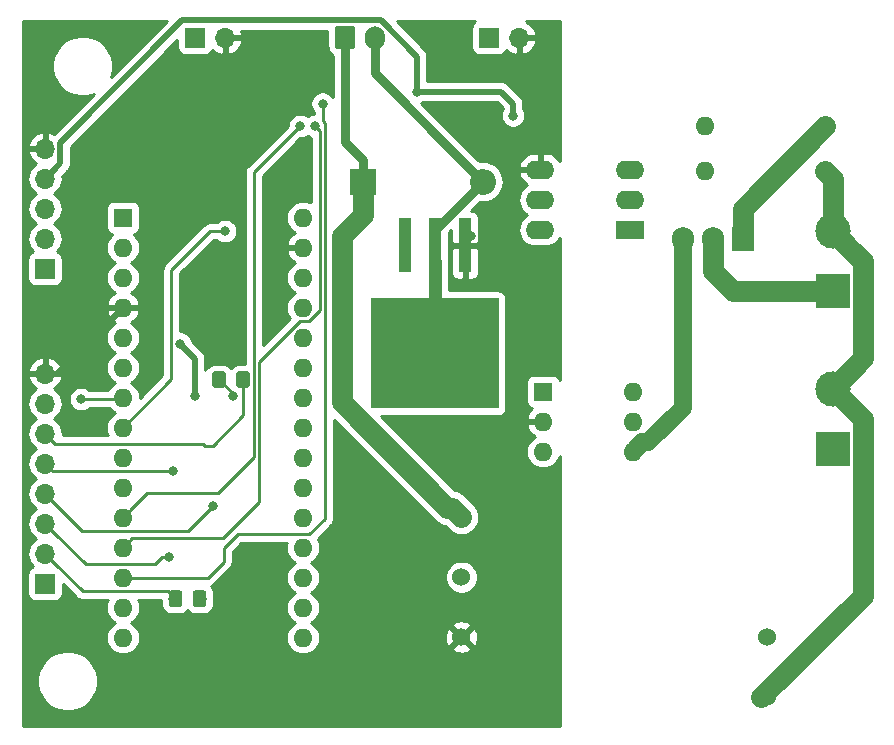
<source format=gbr>
G04 #@! TF.GenerationSoftware,KiCad,Pcbnew,(5.1.4)-1*
G04 #@! TF.CreationDate,2020-06-30T20:05:52+02:00*
G04 #@! TF.ProjectId,ReflowControllerREV1,5265666c-6f77-4436-9f6e-74726f6c6c65,rev?*
G04 #@! TF.SameCoordinates,Original*
G04 #@! TF.FileFunction,Copper,L2,Bot*
G04 #@! TF.FilePolarity,Positive*
%FSLAX46Y46*%
G04 Gerber Fmt 4.6, Leading zero omitted, Abs format (unit mm)*
G04 Created by KiCad (PCBNEW (5.1.4)-1) date 2020-06-30 20:05:52*
%MOMM*%
%LPD*%
G04 APERTURE LIST*
%ADD10C,0.100000*%
%ADD11O,1.600000X1.600000*%
%ADD12C,1.600000*%
%ADD13C,3.000000*%
%ADD14R,3.000000X3.000000*%
%ADD15O,1.700000X1.700000*%
%ADD16R,1.700000X1.700000*%
%ADD17O,2.400000X1.600000*%
%ADD18R,2.400000X1.600000*%
%ADD19R,1.600000X1.600000*%
%ADD20O,2.200000X2.200000*%
%ADD21R,2.200000X2.200000*%
%ADD22O,1.700000X2.000000*%
%ADD23C,1.700000*%
%ADD24C,1.150000*%
%ADD25O,1.905000X2.000000*%
%ADD26R,1.905000X2.000000*%
%ADD27R,10.800000X9.400000*%
%ADD28R,1.100000X4.600000*%
%ADD29C,1.524000*%
%ADD30C,0.800000*%
%ADD31C,0.500000*%
%ADD32C,0.250000*%
%ADD33C,0.750000*%
%ADD34C,1.250000*%
%ADD35C,1.750000*%
%ADD36C,1.500000*%
%ADD37C,0.254000*%
G04 APERTURE END LIST*
D10*
G36*
X218948000Y-99060000D02*
G01*
X217932000Y-99060000D01*
X217932000Y-94488000D01*
X218948000Y-94488000D01*
X218948000Y-99060000D01*
G37*
X218948000Y-99060000D02*
X217932000Y-99060000D01*
X217932000Y-94488000D01*
X218948000Y-94488000D01*
X218948000Y-99060000D01*
D11*
X241300000Y-86995000D03*
D12*
X251460000Y-86995000D03*
D11*
X241300000Y-83185000D03*
D12*
X251460000Y-83185000D03*
D13*
X252095000Y-92075000D03*
D14*
X252095000Y-97155000D03*
D13*
X252095000Y-105410000D03*
D14*
X252095000Y-110490000D03*
D15*
X185420000Y-104140000D03*
X185420000Y-106680000D03*
X185420000Y-109220000D03*
X185420000Y-111760000D03*
X185420000Y-114300000D03*
X185420000Y-116840000D03*
X185420000Y-119380000D03*
D16*
X185420000Y-121920000D03*
D15*
X185420000Y-85090000D03*
X185420000Y-87630000D03*
X185420000Y-90170000D03*
X185420000Y-92710000D03*
D16*
X185420000Y-95250000D03*
D17*
X227330000Y-91948000D03*
X234950000Y-86868000D03*
X227330000Y-89408000D03*
X234950000Y-89408000D03*
X227330000Y-86868000D03*
D18*
X234950000Y-91948000D03*
D11*
X207264000Y-126492000D03*
X192024000Y-126492000D03*
X207264000Y-90932000D03*
X192024000Y-123952000D03*
X207264000Y-93472000D03*
X192024000Y-121412000D03*
X207264000Y-96012000D03*
X192024000Y-118872000D03*
X207264000Y-98552000D03*
X192024000Y-116332000D03*
X207264000Y-101092000D03*
X192024000Y-113792000D03*
X207264000Y-103632000D03*
X192024000Y-111252000D03*
X207264000Y-106172000D03*
X192024000Y-108712000D03*
X207264000Y-108712000D03*
X192024000Y-106172000D03*
X207264000Y-111252000D03*
X192024000Y-103632000D03*
X207264000Y-113792000D03*
X192024000Y-101092000D03*
X207264000Y-116332000D03*
X192024000Y-98552000D03*
X207264000Y-118872000D03*
X192024000Y-96012000D03*
X207264000Y-121412000D03*
X192024000Y-93472000D03*
X207264000Y-123952000D03*
D19*
X192024000Y-90932000D03*
D15*
X200660000Y-75692000D03*
D16*
X198120000Y-75692000D03*
D20*
X222504000Y-87884000D03*
D21*
X212344000Y-87884000D03*
D11*
X235204000Y-105664000D03*
X227584000Y-110744000D03*
X235204000Y-108204000D03*
X227584000Y-108204000D03*
X235204000Y-110744000D03*
D19*
X227584000Y-105664000D03*
D22*
X213320000Y-75692000D03*
D10*
G36*
X211444504Y-74693204D02*
G01*
X211468773Y-74696804D01*
X211492571Y-74702765D01*
X211515671Y-74711030D01*
X211537849Y-74721520D01*
X211558893Y-74734133D01*
X211578598Y-74748747D01*
X211596777Y-74765223D01*
X211613253Y-74783402D01*
X211627867Y-74803107D01*
X211640480Y-74824151D01*
X211650970Y-74846329D01*
X211659235Y-74869429D01*
X211665196Y-74893227D01*
X211668796Y-74917496D01*
X211670000Y-74942000D01*
X211670000Y-76442000D01*
X211668796Y-76466504D01*
X211665196Y-76490773D01*
X211659235Y-76514571D01*
X211650970Y-76537671D01*
X211640480Y-76559849D01*
X211627867Y-76580893D01*
X211613253Y-76600598D01*
X211596777Y-76618777D01*
X211578598Y-76635253D01*
X211558893Y-76649867D01*
X211537849Y-76662480D01*
X211515671Y-76672970D01*
X211492571Y-76681235D01*
X211468773Y-76687196D01*
X211444504Y-76690796D01*
X211420000Y-76692000D01*
X210220000Y-76692000D01*
X210195496Y-76690796D01*
X210171227Y-76687196D01*
X210147429Y-76681235D01*
X210124329Y-76672970D01*
X210102151Y-76662480D01*
X210081107Y-76649867D01*
X210061402Y-76635253D01*
X210043223Y-76618777D01*
X210026747Y-76600598D01*
X210012133Y-76580893D01*
X209999520Y-76559849D01*
X209989030Y-76537671D01*
X209980765Y-76514571D01*
X209974804Y-76490773D01*
X209971204Y-76466504D01*
X209970000Y-76442000D01*
X209970000Y-74942000D01*
X209971204Y-74917496D01*
X209974804Y-74893227D01*
X209980765Y-74869429D01*
X209989030Y-74846329D01*
X209999520Y-74824151D01*
X210012133Y-74803107D01*
X210026747Y-74783402D01*
X210043223Y-74765223D01*
X210061402Y-74748747D01*
X210081107Y-74734133D01*
X210102151Y-74721520D01*
X210124329Y-74711030D01*
X210147429Y-74702765D01*
X210171227Y-74696804D01*
X210195496Y-74693204D01*
X210220000Y-74692000D01*
X211420000Y-74692000D01*
X211444504Y-74693204D01*
X211444504Y-74693204D01*
G37*
D23*
X210820000Y-75692000D03*
D15*
X225552000Y-75692000D03*
D16*
X223012000Y-75692000D03*
D10*
G36*
X202542505Y-103949204D02*
G01*
X202566773Y-103952804D01*
X202590572Y-103958765D01*
X202613671Y-103967030D01*
X202635850Y-103977520D01*
X202656893Y-103990132D01*
X202676599Y-104004747D01*
X202694777Y-104021223D01*
X202711253Y-104039401D01*
X202725868Y-104059107D01*
X202738480Y-104080150D01*
X202748970Y-104102329D01*
X202757235Y-104125428D01*
X202763196Y-104149227D01*
X202766796Y-104173495D01*
X202768000Y-104197999D01*
X202768000Y-105098001D01*
X202766796Y-105122505D01*
X202763196Y-105146773D01*
X202757235Y-105170572D01*
X202748970Y-105193671D01*
X202738480Y-105215850D01*
X202725868Y-105236893D01*
X202711253Y-105256599D01*
X202694777Y-105274777D01*
X202676599Y-105291253D01*
X202656893Y-105305868D01*
X202635850Y-105318480D01*
X202613671Y-105328970D01*
X202590572Y-105337235D01*
X202566773Y-105343196D01*
X202542505Y-105346796D01*
X202518001Y-105348000D01*
X201867999Y-105348000D01*
X201843495Y-105346796D01*
X201819227Y-105343196D01*
X201795428Y-105337235D01*
X201772329Y-105328970D01*
X201750150Y-105318480D01*
X201729107Y-105305868D01*
X201709401Y-105291253D01*
X201691223Y-105274777D01*
X201674747Y-105256599D01*
X201660132Y-105236893D01*
X201647520Y-105215850D01*
X201637030Y-105193671D01*
X201628765Y-105170572D01*
X201622804Y-105146773D01*
X201619204Y-105122505D01*
X201618000Y-105098001D01*
X201618000Y-104197999D01*
X201619204Y-104173495D01*
X201622804Y-104149227D01*
X201628765Y-104125428D01*
X201637030Y-104102329D01*
X201647520Y-104080150D01*
X201660132Y-104059107D01*
X201674747Y-104039401D01*
X201691223Y-104021223D01*
X201709401Y-104004747D01*
X201729107Y-103990132D01*
X201750150Y-103977520D01*
X201772329Y-103967030D01*
X201795428Y-103958765D01*
X201819227Y-103952804D01*
X201843495Y-103949204D01*
X201867999Y-103948000D01*
X202518001Y-103948000D01*
X202542505Y-103949204D01*
X202542505Y-103949204D01*
G37*
D24*
X202193000Y-104648000D03*
D10*
G36*
X200492505Y-103949204D02*
G01*
X200516773Y-103952804D01*
X200540572Y-103958765D01*
X200563671Y-103967030D01*
X200585850Y-103977520D01*
X200606893Y-103990132D01*
X200626599Y-104004747D01*
X200644777Y-104021223D01*
X200661253Y-104039401D01*
X200675868Y-104059107D01*
X200688480Y-104080150D01*
X200698970Y-104102329D01*
X200707235Y-104125428D01*
X200713196Y-104149227D01*
X200716796Y-104173495D01*
X200718000Y-104197999D01*
X200718000Y-105098001D01*
X200716796Y-105122505D01*
X200713196Y-105146773D01*
X200707235Y-105170572D01*
X200698970Y-105193671D01*
X200688480Y-105215850D01*
X200675868Y-105236893D01*
X200661253Y-105256599D01*
X200644777Y-105274777D01*
X200626599Y-105291253D01*
X200606893Y-105305868D01*
X200585850Y-105318480D01*
X200563671Y-105328970D01*
X200540572Y-105337235D01*
X200516773Y-105343196D01*
X200492505Y-105346796D01*
X200468001Y-105348000D01*
X199817999Y-105348000D01*
X199793495Y-105346796D01*
X199769227Y-105343196D01*
X199745428Y-105337235D01*
X199722329Y-105328970D01*
X199700150Y-105318480D01*
X199679107Y-105305868D01*
X199659401Y-105291253D01*
X199641223Y-105274777D01*
X199624747Y-105256599D01*
X199610132Y-105236893D01*
X199597520Y-105215850D01*
X199587030Y-105193671D01*
X199578765Y-105170572D01*
X199572804Y-105146773D01*
X199569204Y-105122505D01*
X199568000Y-105098001D01*
X199568000Y-104197999D01*
X199569204Y-104173495D01*
X199572804Y-104149227D01*
X199578765Y-104125428D01*
X199587030Y-104102329D01*
X199597520Y-104080150D01*
X199610132Y-104059107D01*
X199624747Y-104039401D01*
X199641223Y-104021223D01*
X199659401Y-104004747D01*
X199679107Y-103990132D01*
X199700150Y-103977520D01*
X199722329Y-103967030D01*
X199745428Y-103958765D01*
X199769227Y-103952804D01*
X199793495Y-103949204D01*
X199817999Y-103948000D01*
X200468001Y-103948000D01*
X200492505Y-103949204D01*
X200492505Y-103949204D01*
G37*
D24*
X200143000Y-104648000D03*
D10*
G36*
X196809505Y-122491204D02*
G01*
X196833773Y-122494804D01*
X196857572Y-122500765D01*
X196880671Y-122509030D01*
X196902850Y-122519520D01*
X196923893Y-122532132D01*
X196943599Y-122546747D01*
X196961777Y-122563223D01*
X196978253Y-122581401D01*
X196992868Y-122601107D01*
X197005480Y-122622150D01*
X197015970Y-122644329D01*
X197024235Y-122667428D01*
X197030196Y-122691227D01*
X197033796Y-122715495D01*
X197035000Y-122739999D01*
X197035000Y-123640001D01*
X197033796Y-123664505D01*
X197030196Y-123688773D01*
X197024235Y-123712572D01*
X197015970Y-123735671D01*
X197005480Y-123757850D01*
X196992868Y-123778893D01*
X196978253Y-123798599D01*
X196961777Y-123816777D01*
X196943599Y-123833253D01*
X196923893Y-123847868D01*
X196902850Y-123860480D01*
X196880671Y-123870970D01*
X196857572Y-123879235D01*
X196833773Y-123885196D01*
X196809505Y-123888796D01*
X196785001Y-123890000D01*
X196134999Y-123890000D01*
X196110495Y-123888796D01*
X196086227Y-123885196D01*
X196062428Y-123879235D01*
X196039329Y-123870970D01*
X196017150Y-123860480D01*
X195996107Y-123847868D01*
X195976401Y-123833253D01*
X195958223Y-123816777D01*
X195941747Y-123798599D01*
X195927132Y-123778893D01*
X195914520Y-123757850D01*
X195904030Y-123735671D01*
X195895765Y-123712572D01*
X195889804Y-123688773D01*
X195886204Y-123664505D01*
X195885000Y-123640001D01*
X195885000Y-122739999D01*
X195886204Y-122715495D01*
X195889804Y-122691227D01*
X195895765Y-122667428D01*
X195904030Y-122644329D01*
X195914520Y-122622150D01*
X195927132Y-122601107D01*
X195941747Y-122581401D01*
X195958223Y-122563223D01*
X195976401Y-122546747D01*
X195996107Y-122532132D01*
X196017150Y-122519520D01*
X196039329Y-122509030D01*
X196062428Y-122500765D01*
X196086227Y-122494804D01*
X196110495Y-122491204D01*
X196134999Y-122490000D01*
X196785001Y-122490000D01*
X196809505Y-122491204D01*
X196809505Y-122491204D01*
G37*
D24*
X196460000Y-123190000D03*
D10*
G36*
X198859505Y-122491204D02*
G01*
X198883773Y-122494804D01*
X198907572Y-122500765D01*
X198930671Y-122509030D01*
X198952850Y-122519520D01*
X198973893Y-122532132D01*
X198993599Y-122546747D01*
X199011777Y-122563223D01*
X199028253Y-122581401D01*
X199042868Y-122601107D01*
X199055480Y-122622150D01*
X199065970Y-122644329D01*
X199074235Y-122667428D01*
X199080196Y-122691227D01*
X199083796Y-122715495D01*
X199085000Y-122739999D01*
X199085000Y-123640001D01*
X199083796Y-123664505D01*
X199080196Y-123688773D01*
X199074235Y-123712572D01*
X199065970Y-123735671D01*
X199055480Y-123757850D01*
X199042868Y-123778893D01*
X199028253Y-123798599D01*
X199011777Y-123816777D01*
X198993599Y-123833253D01*
X198973893Y-123847868D01*
X198952850Y-123860480D01*
X198930671Y-123870970D01*
X198907572Y-123879235D01*
X198883773Y-123885196D01*
X198859505Y-123888796D01*
X198835001Y-123890000D01*
X198184999Y-123890000D01*
X198160495Y-123888796D01*
X198136227Y-123885196D01*
X198112428Y-123879235D01*
X198089329Y-123870970D01*
X198067150Y-123860480D01*
X198046107Y-123847868D01*
X198026401Y-123833253D01*
X198008223Y-123816777D01*
X197991747Y-123798599D01*
X197977132Y-123778893D01*
X197964520Y-123757850D01*
X197954030Y-123735671D01*
X197945765Y-123712572D01*
X197939804Y-123688773D01*
X197936204Y-123664505D01*
X197935000Y-123640001D01*
X197935000Y-122739999D01*
X197936204Y-122715495D01*
X197939804Y-122691227D01*
X197945765Y-122667428D01*
X197954030Y-122644329D01*
X197964520Y-122622150D01*
X197977132Y-122601107D01*
X197991747Y-122581401D01*
X198008223Y-122563223D01*
X198026401Y-122546747D01*
X198046107Y-122532132D01*
X198067150Y-122519520D01*
X198089329Y-122509030D01*
X198112428Y-122500765D01*
X198136227Y-122494804D01*
X198160495Y-122491204D01*
X198184999Y-122490000D01*
X198835001Y-122490000D01*
X198859505Y-122491204D01*
X198859505Y-122491204D01*
G37*
D24*
X198510000Y-123190000D03*
D25*
X239395000Y-92710000D03*
X241935000Y-92710000D03*
D26*
X244475000Y-92710000D03*
D27*
X218440000Y-102435000D03*
D28*
X220980000Y-93285000D03*
X218440000Y-93285000D03*
X215900000Y-93285000D03*
D29*
X220677740Y-116288820D03*
X220677740Y-121368820D03*
X220677740Y-126448820D03*
X246585740Y-131528820D03*
X246585740Y-126448820D03*
D30*
X221488000Y-92456000D03*
X215900000Y-93980000D03*
X198120000Y-106045000D03*
X196850000Y-101600000D03*
X198501000Y-123190000D03*
X188468000Y-106299000D03*
X200660000Y-92075000D03*
X207010000Y-83185000D03*
X225044000Y-82296000D03*
X216916000Y-80264000D03*
X208280000Y-83185000D03*
X201295000Y-106045000D03*
X195897500Y-119697500D03*
X199635000Y-115316000D03*
X196215000Y-112395000D03*
X208915000Y-81280000D03*
D31*
X198120000Y-102870000D02*
X196850000Y-101600000D01*
X198120000Y-106045000D02*
X198120000Y-102870000D01*
D32*
X191897000Y-106299000D02*
X192024000Y-106172000D01*
X188468000Y-106299000D02*
X191897000Y-106299000D01*
X196124999Y-104611001D02*
X196124999Y-95340001D01*
X192024000Y-108712000D02*
X196124999Y-104611001D01*
X196124999Y-95340001D02*
X199390000Y-92075000D01*
X199390000Y-92075000D02*
X200660000Y-92075000D01*
X200660000Y-92075000D02*
X200660000Y-92075000D01*
X194065010Y-114290990D02*
X192823999Y-115532001D01*
X203093010Y-111231990D02*
X200034010Y-114290990D01*
X203093010Y-87101990D02*
X203093010Y-111231990D01*
X192823999Y-115532001D02*
X192024000Y-116332000D01*
X200034010Y-114290990D02*
X194065010Y-114290990D01*
X207010000Y-83185000D02*
X203093010Y-87101990D01*
D31*
X225044000Y-82296000D02*
X225044000Y-81280000D01*
X224028000Y-80264000D02*
X216916000Y-80264000D01*
X225044000Y-81280000D02*
X224028000Y-80264000D01*
X186269999Y-86780001D02*
X185420000Y-87630000D01*
X186720001Y-86329999D02*
X186269999Y-86780001D01*
X186720001Y-84581997D02*
X186720001Y-86329999D01*
X197060008Y-74241990D02*
X186720001Y-84581997D01*
X213858481Y-74241990D02*
X197060008Y-74241990D01*
X216916000Y-77299509D02*
X213858481Y-74241990D01*
X216916000Y-80264000D02*
X216916000Y-77299509D01*
D32*
X192823999Y-118072001D02*
X192024000Y-118872000D01*
X200517189Y-118072001D02*
X192823999Y-118072001D01*
X203543020Y-115046170D02*
X200517189Y-118072001D01*
X203543020Y-103147978D02*
X203543020Y-115046170D01*
X207013997Y-99677001D02*
X203543020Y-103147978D01*
X207804001Y-99677001D02*
X207013997Y-99677001D01*
X208679999Y-98801003D02*
X207804001Y-99677001D01*
X208679999Y-83584999D02*
X208679999Y-98801003D01*
X208280000Y-83185000D02*
X208679999Y-83584999D01*
X186269999Y-110069999D02*
X185420000Y-109220000D01*
X198793999Y-110069999D02*
X186269999Y-110069999D01*
X198960000Y-110236000D02*
X198793999Y-110069999D01*
X199635000Y-110236000D02*
X198960000Y-110236000D01*
X202193000Y-107678000D02*
X202193000Y-104648000D01*
X199635000Y-110236000D02*
X202193000Y-107678000D01*
D33*
X212344000Y-86034000D02*
X210820000Y-84510000D01*
X212344000Y-87884000D02*
X212344000Y-86034000D01*
X210820000Y-84510000D02*
X210820000Y-75692000D01*
D34*
X212214999Y-90363001D02*
X212344000Y-90234000D01*
X212344000Y-90234000D02*
X212344000Y-87884000D01*
D35*
X219496819Y-115526821D02*
X210553300Y-106583302D01*
X220677740Y-116288820D02*
X219915741Y-115526821D01*
X219915741Y-115526821D02*
X219496819Y-115526821D01*
X212344000Y-90734000D02*
X212344000Y-87884000D01*
X210553300Y-92524700D02*
X212344000Y-90734000D01*
X210553300Y-106583302D02*
X210553300Y-92524700D01*
D32*
X201295000Y-105800000D02*
X200143000Y-104648000D01*
X201295000Y-106045000D02*
X201295000Y-105800000D01*
D35*
X241935000Y-95460000D02*
X241935000Y-92710000D01*
X243630000Y-97155000D02*
X241935000Y-95460000D01*
X252095000Y-97155000D02*
X243630000Y-97155000D01*
D31*
X186436000Y-104140000D02*
X185420000Y-104140000D01*
X192024000Y-98552000D02*
X186436000Y-104140000D01*
D33*
X213320000Y-78700000D02*
X213320000Y-75692000D01*
X221404001Y-86784001D02*
X220726000Y-86106000D01*
X222504000Y-87884000D02*
X221404001Y-86784001D01*
X220980000Y-86360000D02*
X220726000Y-86106000D01*
X220726000Y-86106000D02*
X213320000Y-78700000D01*
X218440000Y-91948000D02*
X218440000Y-93285000D01*
X222504000Y-87884000D02*
X218440000Y-91948000D01*
D36*
X236003999Y-109944001D02*
X236511999Y-109944001D01*
X235204000Y-110744000D02*
X236003999Y-109944001D01*
X239395000Y-107061000D02*
X239395000Y-92710000D01*
X236511999Y-109944001D02*
X239395000Y-107061000D01*
D35*
X252095000Y-87630000D02*
X251460000Y-86995000D01*
X252095000Y-92075000D02*
X252095000Y-87630000D01*
X253594999Y-93574999D02*
X252095000Y-92075000D01*
X254670001Y-94650001D02*
X253594999Y-93574999D01*
X254670001Y-102834999D02*
X254670001Y-94650001D01*
X252095000Y-105410000D02*
X254670001Y-102834999D01*
X253594999Y-106909999D02*
X252095000Y-105410000D01*
X254670001Y-107985001D02*
X253594999Y-106909999D01*
X254670001Y-122936559D02*
X254670001Y-107985001D01*
X246077740Y-131528820D02*
X254670001Y-122936559D01*
X244475000Y-90170000D02*
X251460000Y-83185000D01*
X244475000Y-92710000D02*
X244475000Y-90170000D01*
D32*
X186269999Y-120229999D02*
X185420000Y-119380000D01*
X188595000Y-122555000D02*
X186269999Y-120229999D01*
X195825000Y-122555000D02*
X188595000Y-122555000D01*
X196460000Y-123190000D02*
X195825000Y-122555000D01*
X186269999Y-117689999D02*
X185420000Y-116840000D01*
X188866999Y-120286999D02*
X188866999Y-120286999D01*
X188866999Y-120286999D02*
X186269999Y-117689999D01*
X194742316Y-120286999D02*
X188866999Y-120286999D01*
X195331815Y-119697500D02*
X194742316Y-120286999D01*
X195897500Y-119697500D02*
X195331815Y-119697500D01*
X199011628Y-115939372D02*
X199635000Y-115316000D01*
X197493999Y-117457001D02*
X199011628Y-115939372D01*
X188577001Y-117457001D02*
X197493999Y-117457001D01*
X185420000Y-114300000D02*
X188577001Y-117457001D01*
X199635000Y-115316000D02*
X199635000Y-115316000D01*
X186055000Y-112395000D02*
X185420000Y-111760000D01*
X196460000Y-112395000D02*
X196215000Y-112395000D01*
X196215000Y-112395000D02*
X186055000Y-112395000D01*
X193155370Y-121412000D02*
X192024000Y-121412000D01*
X199191190Y-121412000D02*
X193155370Y-121412000D01*
X200535010Y-120068180D02*
X199191190Y-121412000D01*
X200535010Y-118941800D02*
X200535010Y-120068180D01*
X201729811Y-117746999D02*
X200535010Y-118941800D01*
X207804001Y-117746999D02*
X201729811Y-117746999D01*
X209130009Y-116420991D02*
X207804001Y-117746999D01*
X209130009Y-82962007D02*
X209130009Y-116420991D01*
X208915000Y-82746998D02*
X209130009Y-82962007D01*
X208915000Y-81280000D02*
X208915000Y-82746998D01*
D37*
G36*
X190979353Y-79071067D02*
G01*
X191068691Y-78855386D01*
X191167553Y-78358374D01*
X191167553Y-77851626D01*
X191068691Y-77354614D01*
X190874766Y-76886439D01*
X190593232Y-76465093D01*
X190234907Y-76106768D01*
X189813561Y-75825234D01*
X189345386Y-75631309D01*
X188848374Y-75532447D01*
X188341626Y-75532447D01*
X187844614Y-75631309D01*
X187376439Y-75825234D01*
X186955093Y-76106768D01*
X186596768Y-76465093D01*
X186315234Y-76886439D01*
X186121309Y-77354614D01*
X186022447Y-77851626D01*
X186022447Y-78358374D01*
X186121309Y-78855386D01*
X186315234Y-79323561D01*
X186596768Y-79744907D01*
X186955093Y-80103232D01*
X187376439Y-80384766D01*
X187844614Y-80578691D01*
X188341626Y-80677553D01*
X188848374Y-80677553D01*
X189345386Y-80578691D01*
X189561067Y-80489353D01*
X186210010Y-83840410D01*
X186051252Y-83745843D01*
X185776891Y-83648519D01*
X185547000Y-83769186D01*
X185547000Y-84963000D01*
X185567000Y-84963000D01*
X185567000Y-85217000D01*
X185547000Y-85217000D01*
X185547000Y-85237000D01*
X185293000Y-85237000D01*
X185293000Y-85217000D01*
X184099845Y-85217000D01*
X183978524Y-85446890D01*
X184023175Y-85594099D01*
X184148359Y-85856920D01*
X184322412Y-86090269D01*
X184538645Y-86285178D01*
X184655523Y-86354799D01*
X184590986Y-86389294D01*
X184364866Y-86574866D01*
X184179294Y-86800986D01*
X184041401Y-87058966D01*
X183956487Y-87338889D01*
X183927815Y-87630000D01*
X183956487Y-87921111D01*
X184041401Y-88201034D01*
X184179294Y-88459014D01*
X184364866Y-88685134D01*
X184590986Y-88870706D01*
X184645791Y-88900000D01*
X184590986Y-88929294D01*
X184364866Y-89114866D01*
X184179294Y-89340986D01*
X184041401Y-89598966D01*
X183956487Y-89878889D01*
X183927815Y-90170000D01*
X183956487Y-90461111D01*
X184041401Y-90741034D01*
X184179294Y-90999014D01*
X184364866Y-91225134D01*
X184590986Y-91410706D01*
X184645791Y-91440000D01*
X184590986Y-91469294D01*
X184364866Y-91654866D01*
X184179294Y-91880986D01*
X184041401Y-92138966D01*
X183956487Y-92418889D01*
X183927815Y-92710000D01*
X183956487Y-93001111D01*
X184041401Y-93281034D01*
X184179294Y-93539014D01*
X184364866Y-93765134D01*
X184394687Y-93789607D01*
X184325820Y-93810498D01*
X184215506Y-93869463D01*
X184118815Y-93948815D01*
X184039463Y-94045506D01*
X183980498Y-94155820D01*
X183944188Y-94275518D01*
X183931928Y-94400000D01*
X183931928Y-96100000D01*
X183944188Y-96224482D01*
X183980498Y-96344180D01*
X184039463Y-96454494D01*
X184118815Y-96551185D01*
X184215506Y-96630537D01*
X184325820Y-96689502D01*
X184445518Y-96725812D01*
X184570000Y-96738072D01*
X186270000Y-96738072D01*
X186394482Y-96725812D01*
X186514180Y-96689502D01*
X186624494Y-96630537D01*
X186721185Y-96551185D01*
X186800537Y-96454494D01*
X186859502Y-96344180D01*
X186895812Y-96224482D01*
X186908072Y-96100000D01*
X186908072Y-94400000D01*
X186895812Y-94275518D01*
X186859502Y-94155820D01*
X186800537Y-94045506D01*
X186721185Y-93948815D01*
X186624494Y-93869463D01*
X186514180Y-93810498D01*
X186445313Y-93789607D01*
X186475134Y-93765134D01*
X186660706Y-93539014D01*
X186696525Y-93472000D01*
X190582057Y-93472000D01*
X190609764Y-93753309D01*
X190691818Y-94023808D01*
X190825068Y-94273101D01*
X191004392Y-94491608D01*
X191222899Y-94670932D01*
X191355858Y-94742000D01*
X191222899Y-94813068D01*
X191004392Y-94992392D01*
X190825068Y-95210899D01*
X190691818Y-95460192D01*
X190609764Y-95730691D01*
X190582057Y-96012000D01*
X190609764Y-96293309D01*
X190691818Y-96563808D01*
X190825068Y-96813101D01*
X191004392Y-97031608D01*
X191222899Y-97210932D01*
X191360682Y-97284579D01*
X191168869Y-97399615D01*
X190960481Y-97588586D01*
X190792963Y-97814580D01*
X190672754Y-98068913D01*
X190632096Y-98202961D01*
X190754085Y-98425000D01*
X191897000Y-98425000D01*
X191897000Y-98405000D01*
X192151000Y-98405000D01*
X192151000Y-98425000D01*
X193293915Y-98425000D01*
X193415904Y-98202961D01*
X193375246Y-98068913D01*
X193255037Y-97814580D01*
X193087519Y-97588586D01*
X192879131Y-97399615D01*
X192687318Y-97284579D01*
X192825101Y-97210932D01*
X193043608Y-97031608D01*
X193222932Y-96813101D01*
X193356182Y-96563808D01*
X193438236Y-96293309D01*
X193465943Y-96012000D01*
X193438236Y-95730691D01*
X193356182Y-95460192D01*
X193222932Y-95210899D01*
X193043608Y-94992392D01*
X192825101Y-94813068D01*
X192692142Y-94742000D01*
X192825101Y-94670932D01*
X193043608Y-94491608D01*
X193222932Y-94273101D01*
X193356182Y-94023808D01*
X193438236Y-93753309D01*
X193465943Y-93472000D01*
X193438236Y-93190691D01*
X193356182Y-92920192D01*
X193222932Y-92670899D01*
X193043608Y-92452392D01*
X192930518Y-92359581D01*
X192948482Y-92357812D01*
X193068180Y-92321502D01*
X193178494Y-92262537D01*
X193275185Y-92183185D01*
X193354537Y-92086494D01*
X193413502Y-91976180D01*
X193449812Y-91856482D01*
X193462072Y-91732000D01*
X193462072Y-90132000D01*
X193449812Y-90007518D01*
X193413502Y-89887820D01*
X193354537Y-89777506D01*
X193275185Y-89680815D01*
X193178494Y-89601463D01*
X193068180Y-89542498D01*
X192948482Y-89506188D01*
X192824000Y-89493928D01*
X191224000Y-89493928D01*
X191099518Y-89506188D01*
X190979820Y-89542498D01*
X190869506Y-89601463D01*
X190772815Y-89680815D01*
X190693463Y-89777506D01*
X190634498Y-89887820D01*
X190598188Y-90007518D01*
X190585928Y-90132000D01*
X190585928Y-91732000D01*
X190598188Y-91856482D01*
X190634498Y-91976180D01*
X190693463Y-92086494D01*
X190772815Y-92183185D01*
X190869506Y-92262537D01*
X190979820Y-92321502D01*
X191099518Y-92357812D01*
X191117482Y-92359581D01*
X191004392Y-92452392D01*
X190825068Y-92670899D01*
X190691818Y-92920192D01*
X190609764Y-93190691D01*
X190582057Y-93472000D01*
X186696525Y-93472000D01*
X186798599Y-93281034D01*
X186883513Y-93001111D01*
X186912185Y-92710000D01*
X186883513Y-92418889D01*
X186798599Y-92138966D01*
X186660706Y-91880986D01*
X186475134Y-91654866D01*
X186249014Y-91469294D01*
X186194209Y-91440000D01*
X186249014Y-91410706D01*
X186475134Y-91225134D01*
X186660706Y-90999014D01*
X186798599Y-90741034D01*
X186883513Y-90461111D01*
X186912185Y-90170000D01*
X186883513Y-89878889D01*
X186798599Y-89598966D01*
X186660706Y-89340986D01*
X186475134Y-89114866D01*
X186249014Y-88929294D01*
X186194209Y-88900000D01*
X186249014Y-88870706D01*
X186475134Y-88685134D01*
X186660706Y-88459014D01*
X186798599Y-88201034D01*
X186883513Y-87921111D01*
X186912185Y-87630000D01*
X186890612Y-87410967D01*
X186926531Y-87375048D01*
X186926536Y-87375042D01*
X187315045Y-86986533D01*
X187348818Y-86958816D01*
X187459412Y-86824058D01*
X187541590Y-86670312D01*
X187592196Y-86503489D01*
X187605001Y-86373476D01*
X187605001Y-86373468D01*
X187609282Y-86329999D01*
X187605001Y-86286530D01*
X187605001Y-84948575D01*
X196631928Y-75921649D01*
X196631928Y-76542000D01*
X196644188Y-76666482D01*
X196680498Y-76786180D01*
X196739463Y-76896494D01*
X196818815Y-76993185D01*
X196915506Y-77072537D01*
X197025820Y-77131502D01*
X197145518Y-77167812D01*
X197270000Y-77180072D01*
X198970000Y-77180072D01*
X199094482Y-77167812D01*
X199214180Y-77131502D01*
X199324494Y-77072537D01*
X199421185Y-76993185D01*
X199500537Y-76896494D01*
X199559502Y-76786180D01*
X199583966Y-76705534D01*
X199659731Y-76789588D01*
X199893080Y-76963641D01*
X200155901Y-77088825D01*
X200303110Y-77133476D01*
X200533000Y-77012155D01*
X200533000Y-75819000D01*
X200787000Y-75819000D01*
X200787000Y-77012155D01*
X201016890Y-77133476D01*
X201164099Y-77088825D01*
X201426920Y-76963641D01*
X201660269Y-76789588D01*
X201855178Y-76573355D01*
X202004157Y-76323252D01*
X202101481Y-76048891D01*
X201980814Y-75819000D01*
X200787000Y-75819000D01*
X200533000Y-75819000D01*
X200513000Y-75819000D01*
X200513000Y-75565000D01*
X200533000Y-75565000D01*
X200533000Y-75545000D01*
X200787000Y-75545000D01*
X200787000Y-75565000D01*
X201980814Y-75565000D01*
X202101481Y-75335109D01*
X202027655Y-75126990D01*
X209331928Y-75126990D01*
X209331928Y-76442000D01*
X209348992Y-76615254D01*
X209399528Y-76781850D01*
X209481595Y-76935386D01*
X209592038Y-77069962D01*
X209726614Y-77180405D01*
X209810001Y-77224976D01*
X209810000Y-80756512D01*
X209718937Y-80620226D01*
X209574774Y-80476063D01*
X209405256Y-80362795D01*
X209216898Y-80284774D01*
X209016939Y-80245000D01*
X208813061Y-80245000D01*
X208613102Y-80284774D01*
X208424744Y-80362795D01*
X208255226Y-80476063D01*
X208111063Y-80620226D01*
X207997795Y-80789744D01*
X207919774Y-80978102D01*
X207880000Y-81178061D01*
X207880000Y-81381939D01*
X207919774Y-81581898D01*
X207997795Y-81770256D01*
X208111063Y-81939774D01*
X208155000Y-81983711D01*
X208155001Y-82154587D01*
X207978102Y-82189774D01*
X207789744Y-82267795D01*
X207645000Y-82364510D01*
X207500256Y-82267795D01*
X207311898Y-82189774D01*
X207111939Y-82150000D01*
X206908061Y-82150000D01*
X206708102Y-82189774D01*
X206519744Y-82267795D01*
X206350226Y-82381063D01*
X206206063Y-82525226D01*
X206092795Y-82694744D01*
X206014774Y-82883102D01*
X205975000Y-83083061D01*
X205975000Y-83145197D01*
X202582013Y-86538186D01*
X202553009Y-86561989D01*
X202507121Y-86617904D01*
X202458036Y-86677714D01*
X202438491Y-86714280D01*
X202387464Y-86809744D01*
X202344007Y-86953005D01*
X202333010Y-87064658D01*
X202333010Y-87064668D01*
X202329334Y-87101990D01*
X202333010Y-87139312D01*
X202333011Y-103309928D01*
X201867999Y-103309928D01*
X201694745Y-103326992D01*
X201528149Y-103377528D01*
X201374613Y-103459595D01*
X201240038Y-103570038D01*
X201168000Y-103657816D01*
X201095962Y-103570038D01*
X200961387Y-103459595D01*
X200807851Y-103377528D01*
X200641255Y-103326992D01*
X200468001Y-103309928D01*
X199817999Y-103309928D01*
X199644745Y-103326992D01*
X199478149Y-103377528D01*
X199324613Y-103459595D01*
X199190038Y-103570038D01*
X199079595Y-103704613D01*
X199005000Y-103844170D01*
X199005000Y-102913465D01*
X199009281Y-102869999D01*
X199005000Y-102826533D01*
X199005000Y-102826523D01*
X198992195Y-102696510D01*
X198941589Y-102529687D01*
X198859411Y-102375941D01*
X198796938Y-102299818D01*
X198776532Y-102274953D01*
X198776530Y-102274951D01*
X198748817Y-102241183D01*
X198715049Y-102213470D01*
X197856535Y-101354957D01*
X197845226Y-101298102D01*
X197767205Y-101109744D01*
X197653937Y-100940226D01*
X197509774Y-100796063D01*
X197340256Y-100682795D01*
X197151898Y-100604774D01*
X196951939Y-100565000D01*
X196884999Y-100565000D01*
X196884999Y-95654802D01*
X199704802Y-92835000D01*
X199956289Y-92835000D01*
X200000226Y-92878937D01*
X200169744Y-92992205D01*
X200358102Y-93070226D01*
X200558061Y-93110000D01*
X200761939Y-93110000D01*
X200961898Y-93070226D01*
X201150256Y-92992205D01*
X201319774Y-92878937D01*
X201463937Y-92734774D01*
X201577205Y-92565256D01*
X201655226Y-92376898D01*
X201695000Y-92176939D01*
X201695000Y-91973061D01*
X201655226Y-91773102D01*
X201577205Y-91584744D01*
X201463937Y-91415226D01*
X201319774Y-91271063D01*
X201150256Y-91157795D01*
X200961898Y-91079774D01*
X200761939Y-91040000D01*
X200558061Y-91040000D01*
X200358102Y-91079774D01*
X200169744Y-91157795D01*
X200000226Y-91271063D01*
X199956289Y-91315000D01*
X199427325Y-91315000D01*
X199390000Y-91311324D01*
X199352675Y-91315000D01*
X199352667Y-91315000D01*
X199241014Y-91325997D01*
X199097753Y-91369454D01*
X198965724Y-91440026D01*
X198849999Y-91534999D01*
X198826201Y-91563997D01*
X195613997Y-94776202D01*
X195584999Y-94800000D01*
X195561201Y-94828998D01*
X195561200Y-94828999D01*
X195490025Y-94915725D01*
X195419453Y-95047755D01*
X195375997Y-95191016D01*
X195361323Y-95340001D01*
X195365000Y-95377333D01*
X195364999Y-104296198D01*
X193463402Y-106197796D01*
X193465943Y-106172000D01*
X193438236Y-105890691D01*
X193356182Y-105620192D01*
X193222932Y-105370899D01*
X193043608Y-105152392D01*
X192825101Y-104973068D01*
X192692142Y-104902000D01*
X192825101Y-104830932D01*
X193043608Y-104651608D01*
X193222932Y-104433101D01*
X193356182Y-104183808D01*
X193438236Y-103913309D01*
X193465943Y-103632000D01*
X193438236Y-103350691D01*
X193356182Y-103080192D01*
X193222932Y-102830899D01*
X193043608Y-102612392D01*
X192825101Y-102433068D01*
X192692142Y-102362000D01*
X192825101Y-102290932D01*
X193043608Y-102111608D01*
X193222932Y-101893101D01*
X193356182Y-101643808D01*
X193438236Y-101373309D01*
X193465943Y-101092000D01*
X193438236Y-100810691D01*
X193356182Y-100540192D01*
X193222932Y-100290899D01*
X193043608Y-100072392D01*
X192825101Y-99893068D01*
X192687318Y-99819421D01*
X192879131Y-99704385D01*
X193087519Y-99515414D01*
X193255037Y-99289420D01*
X193375246Y-99035087D01*
X193415904Y-98901039D01*
X193293915Y-98679000D01*
X192151000Y-98679000D01*
X192151000Y-98699000D01*
X191897000Y-98699000D01*
X191897000Y-98679000D01*
X190754085Y-98679000D01*
X190632096Y-98901039D01*
X190672754Y-99035087D01*
X190792963Y-99289420D01*
X190960481Y-99515414D01*
X191168869Y-99704385D01*
X191360682Y-99819421D01*
X191222899Y-99893068D01*
X191004392Y-100072392D01*
X190825068Y-100290899D01*
X190691818Y-100540192D01*
X190609764Y-100810691D01*
X190582057Y-101092000D01*
X190609764Y-101373309D01*
X190691818Y-101643808D01*
X190825068Y-101893101D01*
X191004392Y-102111608D01*
X191222899Y-102290932D01*
X191355858Y-102362000D01*
X191222899Y-102433068D01*
X191004392Y-102612392D01*
X190825068Y-102830899D01*
X190691818Y-103080192D01*
X190609764Y-103350691D01*
X190582057Y-103632000D01*
X190609764Y-103913309D01*
X190691818Y-104183808D01*
X190825068Y-104433101D01*
X191004392Y-104651608D01*
X191222899Y-104830932D01*
X191355858Y-104902000D01*
X191222899Y-104973068D01*
X191004392Y-105152392D01*
X190825068Y-105370899D01*
X190735216Y-105539000D01*
X189171711Y-105539000D01*
X189127774Y-105495063D01*
X188958256Y-105381795D01*
X188769898Y-105303774D01*
X188569939Y-105264000D01*
X188366061Y-105264000D01*
X188166102Y-105303774D01*
X187977744Y-105381795D01*
X187808226Y-105495063D01*
X187664063Y-105639226D01*
X187550795Y-105808744D01*
X187472774Y-105997102D01*
X187433000Y-106197061D01*
X187433000Y-106400939D01*
X187472774Y-106600898D01*
X187550795Y-106789256D01*
X187664063Y-106958774D01*
X187808226Y-107102937D01*
X187977744Y-107216205D01*
X188166102Y-107294226D01*
X188366061Y-107334000D01*
X188569939Y-107334000D01*
X188769898Y-107294226D01*
X188958256Y-107216205D01*
X189127774Y-107102937D01*
X189171711Y-107059000D01*
X190895563Y-107059000D01*
X191004392Y-107191608D01*
X191222899Y-107370932D01*
X191355858Y-107442000D01*
X191222899Y-107513068D01*
X191004392Y-107692392D01*
X190825068Y-107910899D01*
X190691818Y-108160192D01*
X190609764Y-108430691D01*
X190582057Y-108712000D01*
X190609764Y-108993309D01*
X190691818Y-109263808D01*
X190716508Y-109309999D01*
X186903321Y-109309999D01*
X186912185Y-109220000D01*
X186883513Y-108928889D01*
X186798599Y-108648966D01*
X186660706Y-108390986D01*
X186475134Y-108164866D01*
X186249014Y-107979294D01*
X186194209Y-107950000D01*
X186249014Y-107920706D01*
X186475134Y-107735134D01*
X186660706Y-107509014D01*
X186798599Y-107251034D01*
X186883513Y-106971111D01*
X186912185Y-106680000D01*
X186883513Y-106388889D01*
X186798599Y-106108966D01*
X186660706Y-105850986D01*
X186475134Y-105624866D01*
X186249014Y-105439294D01*
X186184477Y-105404799D01*
X186301355Y-105335178D01*
X186517588Y-105140269D01*
X186691641Y-104906920D01*
X186816825Y-104644099D01*
X186861476Y-104496890D01*
X186740155Y-104267000D01*
X185547000Y-104267000D01*
X185547000Y-104287000D01*
X185293000Y-104287000D01*
X185293000Y-104267000D01*
X184099845Y-104267000D01*
X183978524Y-104496890D01*
X184023175Y-104644099D01*
X184148359Y-104906920D01*
X184322412Y-105140269D01*
X184538645Y-105335178D01*
X184655523Y-105404799D01*
X184590986Y-105439294D01*
X184364866Y-105624866D01*
X184179294Y-105850986D01*
X184041401Y-106108966D01*
X183956487Y-106388889D01*
X183927815Y-106680000D01*
X183956487Y-106971111D01*
X184041401Y-107251034D01*
X184179294Y-107509014D01*
X184364866Y-107735134D01*
X184590986Y-107920706D01*
X184645791Y-107950000D01*
X184590986Y-107979294D01*
X184364866Y-108164866D01*
X184179294Y-108390986D01*
X184041401Y-108648966D01*
X183956487Y-108928889D01*
X183927815Y-109220000D01*
X183956487Y-109511111D01*
X184041401Y-109791034D01*
X184179294Y-110049014D01*
X184364866Y-110275134D01*
X184590986Y-110460706D01*
X184645791Y-110490000D01*
X184590986Y-110519294D01*
X184364866Y-110704866D01*
X184179294Y-110930986D01*
X184041401Y-111188966D01*
X183956487Y-111468889D01*
X183927815Y-111760000D01*
X183956487Y-112051111D01*
X184041401Y-112331034D01*
X184179294Y-112589014D01*
X184364866Y-112815134D01*
X184590986Y-113000706D01*
X184645791Y-113030000D01*
X184590986Y-113059294D01*
X184364866Y-113244866D01*
X184179294Y-113470986D01*
X184041401Y-113728966D01*
X183956487Y-114008889D01*
X183927815Y-114300000D01*
X183956487Y-114591111D01*
X184041401Y-114871034D01*
X184179294Y-115129014D01*
X184364866Y-115355134D01*
X184590986Y-115540706D01*
X184645791Y-115570000D01*
X184590986Y-115599294D01*
X184364866Y-115784866D01*
X184179294Y-116010986D01*
X184041401Y-116268966D01*
X183956487Y-116548889D01*
X183927815Y-116840000D01*
X183956487Y-117131111D01*
X184041401Y-117411034D01*
X184179294Y-117669014D01*
X184364866Y-117895134D01*
X184590986Y-118080706D01*
X184645791Y-118110000D01*
X184590986Y-118139294D01*
X184364866Y-118324866D01*
X184179294Y-118550986D01*
X184041401Y-118808966D01*
X183956487Y-119088889D01*
X183927815Y-119380000D01*
X183956487Y-119671111D01*
X184041401Y-119951034D01*
X184179294Y-120209014D01*
X184364866Y-120435134D01*
X184394687Y-120459607D01*
X184325820Y-120480498D01*
X184215506Y-120539463D01*
X184118815Y-120618815D01*
X184039463Y-120715506D01*
X183980498Y-120825820D01*
X183944188Y-120945518D01*
X183931928Y-121070000D01*
X183931928Y-122770000D01*
X183944188Y-122894482D01*
X183980498Y-123014180D01*
X184039463Y-123124494D01*
X184118815Y-123221185D01*
X184215506Y-123300537D01*
X184325820Y-123359502D01*
X184445518Y-123395812D01*
X184570000Y-123408072D01*
X186270000Y-123408072D01*
X186394482Y-123395812D01*
X186514180Y-123359502D01*
X186624494Y-123300537D01*
X186721185Y-123221185D01*
X186800537Y-123124494D01*
X186859502Y-123014180D01*
X186895812Y-122894482D01*
X186908072Y-122770000D01*
X186908072Y-121942874D01*
X188031200Y-123066002D01*
X188054999Y-123095001D01*
X188083997Y-123118799D01*
X188170723Y-123189974D01*
X188302753Y-123260546D01*
X188446014Y-123304003D01*
X188557667Y-123315000D01*
X188557677Y-123315000D01*
X188595000Y-123318676D01*
X188632323Y-123315000D01*
X190737354Y-123315000D01*
X190691818Y-123400192D01*
X190609764Y-123670691D01*
X190582057Y-123952000D01*
X190609764Y-124233309D01*
X190691818Y-124503808D01*
X190825068Y-124753101D01*
X191004392Y-124971608D01*
X191222899Y-125150932D01*
X191355858Y-125222000D01*
X191222899Y-125293068D01*
X191004392Y-125472392D01*
X190825068Y-125690899D01*
X190691818Y-125940192D01*
X190609764Y-126210691D01*
X190582057Y-126492000D01*
X190609764Y-126773309D01*
X190691818Y-127043808D01*
X190825068Y-127293101D01*
X191004392Y-127511608D01*
X191222899Y-127690932D01*
X191472192Y-127824182D01*
X191742691Y-127906236D01*
X191953508Y-127927000D01*
X192094492Y-127927000D01*
X192305309Y-127906236D01*
X192575808Y-127824182D01*
X192825101Y-127690932D01*
X193043608Y-127511608D01*
X193222932Y-127293101D01*
X193356182Y-127043808D01*
X193438236Y-126773309D01*
X193465943Y-126492000D01*
X193438236Y-126210691D01*
X193356182Y-125940192D01*
X193222932Y-125690899D01*
X193043608Y-125472392D01*
X192825101Y-125293068D01*
X192692142Y-125222000D01*
X192825101Y-125150932D01*
X193043608Y-124971608D01*
X193222932Y-124753101D01*
X193356182Y-124503808D01*
X193438236Y-124233309D01*
X193465943Y-123952000D01*
X193438236Y-123670691D01*
X193356182Y-123400192D01*
X193310646Y-123315000D01*
X195246928Y-123315000D01*
X195246928Y-123640001D01*
X195263992Y-123813255D01*
X195314528Y-123979851D01*
X195396595Y-124133387D01*
X195507038Y-124267962D01*
X195641613Y-124378405D01*
X195795149Y-124460472D01*
X195961745Y-124511008D01*
X196134999Y-124528072D01*
X196785001Y-124528072D01*
X196958255Y-124511008D01*
X197124851Y-124460472D01*
X197278387Y-124378405D01*
X197412962Y-124267962D01*
X197485000Y-124180184D01*
X197557038Y-124267962D01*
X197691613Y-124378405D01*
X197845149Y-124460472D01*
X198011745Y-124511008D01*
X198184999Y-124528072D01*
X198835001Y-124528072D01*
X199008255Y-124511008D01*
X199174851Y-124460472D01*
X199328387Y-124378405D01*
X199462962Y-124267962D01*
X199573405Y-124133387D01*
X199655472Y-123979851D01*
X199706008Y-123813255D01*
X199723072Y-123640001D01*
X199723072Y-122739999D01*
X199706008Y-122566745D01*
X199655472Y-122400149D01*
X199573405Y-122246613D01*
X199470662Y-122121421D01*
X199483437Y-122117546D01*
X199615466Y-122046974D01*
X199731191Y-121952001D01*
X199754993Y-121922998D01*
X201046018Y-120631975D01*
X201075011Y-120608181D01*
X201098805Y-120579188D01*
X201098809Y-120579184D01*
X201169983Y-120492457D01*
X201169984Y-120492456D01*
X201240556Y-120360427D01*
X201284013Y-120217166D01*
X201295010Y-120105513D01*
X201295010Y-120105504D01*
X201298686Y-120068181D01*
X201295010Y-120030858D01*
X201295010Y-119256601D01*
X202044613Y-118506999D01*
X205875151Y-118506999D01*
X205849764Y-118590691D01*
X205822057Y-118872000D01*
X205849764Y-119153309D01*
X205931818Y-119423808D01*
X206065068Y-119673101D01*
X206244392Y-119891608D01*
X206462899Y-120070932D01*
X206595858Y-120142000D01*
X206462899Y-120213068D01*
X206244392Y-120392392D01*
X206065068Y-120610899D01*
X205931818Y-120860192D01*
X205849764Y-121130691D01*
X205822057Y-121412000D01*
X205849764Y-121693309D01*
X205931818Y-121963808D01*
X206065068Y-122213101D01*
X206244392Y-122431608D01*
X206462899Y-122610932D01*
X206595858Y-122682000D01*
X206462899Y-122753068D01*
X206244392Y-122932392D01*
X206065068Y-123150899D01*
X205931818Y-123400192D01*
X205849764Y-123670691D01*
X205822057Y-123952000D01*
X205849764Y-124233309D01*
X205931818Y-124503808D01*
X206065068Y-124753101D01*
X206244392Y-124971608D01*
X206462899Y-125150932D01*
X206595858Y-125222000D01*
X206462899Y-125293068D01*
X206244392Y-125472392D01*
X206065068Y-125690899D01*
X205931818Y-125940192D01*
X205849764Y-126210691D01*
X205822057Y-126492000D01*
X205849764Y-126773309D01*
X205931818Y-127043808D01*
X206065068Y-127293101D01*
X206244392Y-127511608D01*
X206462899Y-127690932D01*
X206712192Y-127824182D01*
X206982691Y-127906236D01*
X207193508Y-127927000D01*
X207334492Y-127927000D01*
X207545309Y-127906236D01*
X207815808Y-127824182D01*
X208065101Y-127690932D01*
X208283608Y-127511608D01*
X208363396Y-127414385D01*
X219891780Y-127414385D01*
X219958760Y-127654476D01*
X220207788Y-127771576D01*
X220474875Y-127837843D01*
X220749757Y-127850730D01*
X221021873Y-127809742D01*
X221280763Y-127716456D01*
X221396720Y-127654476D01*
X221463700Y-127414385D01*
X220677740Y-126628425D01*
X219891780Y-127414385D01*
X208363396Y-127414385D01*
X208462932Y-127293101D01*
X208596182Y-127043808D01*
X208678236Y-126773309D01*
X208703102Y-126520837D01*
X219275830Y-126520837D01*
X219316818Y-126792953D01*
X219410104Y-127051843D01*
X219472084Y-127167800D01*
X219712175Y-127234780D01*
X220498135Y-126448820D01*
X220857345Y-126448820D01*
X221643305Y-127234780D01*
X221883396Y-127167800D01*
X222000496Y-126918772D01*
X222066763Y-126651685D01*
X222079650Y-126376803D01*
X222038662Y-126104687D01*
X221945376Y-125845797D01*
X221883396Y-125729840D01*
X221643305Y-125662860D01*
X220857345Y-126448820D01*
X220498135Y-126448820D01*
X219712175Y-125662860D01*
X219472084Y-125729840D01*
X219354984Y-125978868D01*
X219288717Y-126245955D01*
X219275830Y-126520837D01*
X208703102Y-126520837D01*
X208705943Y-126492000D01*
X208678236Y-126210691D01*
X208596182Y-125940192D01*
X208462932Y-125690899D01*
X208292524Y-125483255D01*
X219891780Y-125483255D01*
X220677740Y-126269215D01*
X221463700Y-125483255D01*
X221396720Y-125243164D01*
X221147692Y-125126064D01*
X220880605Y-125059797D01*
X220605723Y-125046910D01*
X220333607Y-125087898D01*
X220074717Y-125181184D01*
X219958760Y-125243164D01*
X219891780Y-125483255D01*
X208292524Y-125483255D01*
X208283608Y-125472392D01*
X208065101Y-125293068D01*
X207932142Y-125222000D01*
X208065101Y-125150932D01*
X208283608Y-124971608D01*
X208462932Y-124753101D01*
X208596182Y-124503808D01*
X208678236Y-124233309D01*
X208705943Y-123952000D01*
X208678236Y-123670691D01*
X208596182Y-123400192D01*
X208462932Y-123150899D01*
X208283608Y-122932392D01*
X208065101Y-122753068D01*
X207932142Y-122682000D01*
X208065101Y-122610932D01*
X208283608Y-122431608D01*
X208462932Y-122213101D01*
X208596182Y-121963808D01*
X208678236Y-121693309D01*
X208705943Y-121412000D01*
X208688139Y-121231228D01*
X219280740Y-121231228D01*
X219280740Y-121506412D01*
X219334426Y-121776310D01*
X219439735Y-122030547D01*
X219592620Y-122259355D01*
X219787205Y-122453940D01*
X220016013Y-122606825D01*
X220270250Y-122712134D01*
X220540148Y-122765820D01*
X220815332Y-122765820D01*
X221085230Y-122712134D01*
X221339467Y-122606825D01*
X221568275Y-122453940D01*
X221762860Y-122259355D01*
X221915745Y-122030547D01*
X222021054Y-121776310D01*
X222074740Y-121506412D01*
X222074740Y-121231228D01*
X222021054Y-120961330D01*
X221915745Y-120707093D01*
X221762860Y-120478285D01*
X221568275Y-120283700D01*
X221339467Y-120130815D01*
X221085230Y-120025506D01*
X220815332Y-119971820D01*
X220540148Y-119971820D01*
X220270250Y-120025506D01*
X220016013Y-120130815D01*
X219787205Y-120283700D01*
X219592620Y-120478285D01*
X219439735Y-120707093D01*
X219334426Y-120961330D01*
X219280740Y-121231228D01*
X208688139Y-121231228D01*
X208678236Y-121130691D01*
X208596182Y-120860192D01*
X208462932Y-120610899D01*
X208283608Y-120392392D01*
X208065101Y-120213068D01*
X207932142Y-120142000D01*
X208065101Y-120070932D01*
X208283608Y-119891608D01*
X208462932Y-119673101D01*
X208596182Y-119423808D01*
X208678236Y-119153309D01*
X208705943Y-118872000D01*
X208678236Y-118590691D01*
X208596182Y-118320192D01*
X208494968Y-118130834D01*
X209641017Y-116984786D01*
X209670010Y-116960992D01*
X209693804Y-116931999D01*
X209693808Y-116931995D01*
X209764982Y-116845268D01*
X209795371Y-116788415D01*
X209835555Y-116713238D01*
X209879012Y-116569977D01*
X209890009Y-116458324D01*
X209890009Y-116458315D01*
X209893685Y-116420992D01*
X209890009Y-116383669D01*
X209890009Y-108055473D01*
X218376640Y-116542105D01*
X218423922Y-116599718D01*
X218481535Y-116647000D01*
X218481539Y-116647004D01*
X218531949Y-116688374D01*
X218653849Y-116788415D01*
X218916171Y-116928629D01*
X219200807Y-117014972D01*
X219275819Y-117022360D01*
X219662461Y-117409002D01*
X219834771Y-117550413D01*
X220097091Y-117690627D01*
X220381727Y-117776971D01*
X220677739Y-117806125D01*
X220973751Y-117776971D01*
X221258387Y-117690627D01*
X221520709Y-117550413D01*
X221750637Y-117361717D01*
X221939333Y-117131789D01*
X222079547Y-116869467D01*
X222165891Y-116584831D01*
X222195045Y-116288819D01*
X222165891Y-115992807D01*
X222079547Y-115708171D01*
X221939333Y-115445851D01*
X221797922Y-115273541D01*
X221035923Y-114511541D01*
X220988638Y-114453924D01*
X220758711Y-114265227D01*
X220496389Y-114125013D01*
X220211753Y-114038670D01*
X220136743Y-114031282D01*
X213878532Y-107773072D01*
X223840000Y-107773072D01*
X223964482Y-107760812D01*
X224084180Y-107724502D01*
X224194494Y-107665537D01*
X224291185Y-107586185D01*
X224370537Y-107489494D01*
X224429502Y-107379180D01*
X224465812Y-107259482D01*
X224478072Y-107135000D01*
X224478072Y-97735000D01*
X224465812Y-97610518D01*
X224429502Y-97490820D01*
X224370537Y-97380506D01*
X224291185Y-97283815D01*
X224194494Y-97204463D01*
X224084180Y-97145498D01*
X223964482Y-97109188D01*
X223840000Y-97096928D01*
X219633000Y-97096928D01*
X219633000Y-95585000D01*
X219791928Y-95585000D01*
X219804188Y-95709482D01*
X219840498Y-95829180D01*
X219899463Y-95939494D01*
X219978815Y-96036185D01*
X220075506Y-96115537D01*
X220185820Y-96174502D01*
X220305518Y-96210812D01*
X220430000Y-96223072D01*
X220694250Y-96220000D01*
X220853000Y-96061250D01*
X220853000Y-93412000D01*
X221107000Y-93412000D01*
X221107000Y-96061250D01*
X221265750Y-96220000D01*
X221530000Y-96223072D01*
X221654482Y-96210812D01*
X221774180Y-96174502D01*
X221884494Y-96115537D01*
X221981185Y-96036185D01*
X222060537Y-95939494D01*
X222119502Y-95829180D01*
X222155812Y-95709482D01*
X222168072Y-95585000D01*
X222165000Y-93570750D01*
X222006250Y-93412000D01*
X221107000Y-93412000D01*
X220853000Y-93412000D01*
X219953750Y-93412000D01*
X219795000Y-93570750D01*
X219791928Y-95585000D01*
X219633000Y-95585000D01*
X219633000Y-94488000D01*
X219628072Y-94437741D01*
X219628072Y-92188283D01*
X219793511Y-92022844D01*
X219795000Y-92999250D01*
X219953750Y-93158000D01*
X220853000Y-93158000D01*
X220853000Y-93138000D01*
X221107000Y-93138000D01*
X221107000Y-93158000D01*
X222006250Y-93158000D01*
X222165000Y-92999250D01*
X222168072Y-90985000D01*
X222155812Y-90860518D01*
X222119502Y-90740820D01*
X222060537Y-90630506D01*
X221981185Y-90533815D01*
X221884494Y-90454463D01*
X221774180Y-90395498D01*
X221654482Y-90359188D01*
X221530000Y-90346928D01*
X221468715Y-90347640D01*
X222217208Y-89599147D01*
X222418775Y-89619000D01*
X222589225Y-89619000D01*
X222844119Y-89593895D01*
X223171168Y-89494686D01*
X223472578Y-89333579D01*
X223736766Y-89116766D01*
X223953579Y-88852578D01*
X224114686Y-88551168D01*
X224213895Y-88224119D01*
X224247394Y-87884000D01*
X224213895Y-87543881D01*
X224114686Y-87216832D01*
X223953579Y-86915422D01*
X223736766Y-86651234D01*
X223575591Y-86518961D01*
X225538096Y-86518961D01*
X225660085Y-86741000D01*
X227203000Y-86741000D01*
X227203000Y-85433000D01*
X226803000Y-85433000D01*
X226525486Y-85485350D01*
X226263517Y-85590834D01*
X226027161Y-85745399D01*
X225825500Y-85943105D01*
X225666285Y-86176354D01*
X225555633Y-86436182D01*
X225538096Y-86518961D01*
X223575591Y-86518961D01*
X223472578Y-86434421D01*
X223171168Y-86273314D01*
X222844119Y-86174105D01*
X222589225Y-86149000D01*
X222418775Y-86149000D01*
X222217208Y-86168853D01*
X222083100Y-86034745D01*
X222083095Y-86034741D01*
X221475261Y-85426906D01*
X221475256Y-85426900D01*
X217281314Y-81232958D01*
X217406256Y-81181205D01*
X217454454Y-81149000D01*
X223661422Y-81149000D01*
X224159001Y-81646579D01*
X224159001Y-81757545D01*
X224126795Y-81805744D01*
X224048774Y-81994102D01*
X224009000Y-82194061D01*
X224009000Y-82397939D01*
X224048774Y-82597898D01*
X224126795Y-82786256D01*
X224240063Y-82955774D01*
X224384226Y-83099937D01*
X224553744Y-83213205D01*
X224742102Y-83291226D01*
X224942061Y-83331000D01*
X225145939Y-83331000D01*
X225345898Y-83291226D01*
X225534256Y-83213205D01*
X225703774Y-83099937D01*
X225847937Y-82955774D01*
X225961205Y-82786256D01*
X226039226Y-82597898D01*
X226079000Y-82397939D01*
X226079000Y-82194061D01*
X226039226Y-81994102D01*
X225961205Y-81805744D01*
X225929000Y-81757546D01*
X225929000Y-81323469D01*
X225933281Y-81280000D01*
X225929000Y-81236531D01*
X225929000Y-81236523D01*
X225916195Y-81106510D01*
X225865589Y-80939687D01*
X225783411Y-80785941D01*
X225672817Y-80651183D01*
X225639049Y-80623470D01*
X224684534Y-79668956D01*
X224656817Y-79635183D01*
X224522059Y-79524589D01*
X224368313Y-79442411D01*
X224201490Y-79391805D01*
X224071477Y-79379000D01*
X224071469Y-79379000D01*
X224028000Y-79374719D01*
X223984531Y-79379000D01*
X217801000Y-79379000D01*
X217801000Y-77342978D01*
X217805281Y-77299509D01*
X217801000Y-77256040D01*
X217801000Y-77256032D01*
X217788195Y-77126019D01*
X217737589Y-76959196D01*
X217655411Y-76805450D01*
X217544817Y-76670692D01*
X217511049Y-76642979D01*
X215188069Y-74320000D01*
X221797104Y-74320000D01*
X221710815Y-74390815D01*
X221631463Y-74487506D01*
X221572498Y-74597820D01*
X221536188Y-74717518D01*
X221523928Y-74842000D01*
X221523928Y-76542000D01*
X221536188Y-76666482D01*
X221572498Y-76786180D01*
X221631463Y-76896494D01*
X221710815Y-76993185D01*
X221807506Y-77072537D01*
X221917820Y-77131502D01*
X222037518Y-77167812D01*
X222162000Y-77180072D01*
X223862000Y-77180072D01*
X223986482Y-77167812D01*
X224106180Y-77131502D01*
X224216494Y-77072537D01*
X224313185Y-76993185D01*
X224392537Y-76896494D01*
X224451502Y-76786180D01*
X224475966Y-76705534D01*
X224551731Y-76789588D01*
X224785080Y-76963641D01*
X225047901Y-77088825D01*
X225195110Y-77133476D01*
X225425000Y-77012155D01*
X225425000Y-75819000D01*
X225679000Y-75819000D01*
X225679000Y-77012155D01*
X225908890Y-77133476D01*
X226056099Y-77088825D01*
X226318920Y-76963641D01*
X226552269Y-76789588D01*
X226747178Y-76573355D01*
X226896157Y-76323252D01*
X226993481Y-76048891D01*
X226872814Y-75819000D01*
X225679000Y-75819000D01*
X225425000Y-75819000D01*
X225405000Y-75819000D01*
X225405000Y-75565000D01*
X225425000Y-75565000D01*
X225425000Y-75545000D01*
X225679000Y-75545000D01*
X225679000Y-75565000D01*
X226872814Y-75565000D01*
X226993481Y-75335109D01*
X226896157Y-75060748D01*
X226747178Y-74810645D01*
X226552269Y-74594412D01*
X226318920Y-74420359D01*
X226108219Y-74320000D01*
X228981000Y-74320000D01*
X228981000Y-86157727D01*
X228834500Y-85943105D01*
X228632839Y-85745399D01*
X228396483Y-85590834D01*
X228134514Y-85485350D01*
X227857000Y-85433000D01*
X227457000Y-85433000D01*
X227457000Y-86741000D01*
X227477000Y-86741000D01*
X227477000Y-86995000D01*
X227457000Y-86995000D01*
X227457000Y-87015000D01*
X227203000Y-87015000D01*
X227203000Y-86995000D01*
X225660085Y-86995000D01*
X225538096Y-87217039D01*
X225555633Y-87299818D01*
X225666285Y-87559646D01*
X225825500Y-87792895D01*
X226027161Y-87990601D01*
X226256741Y-88140735D01*
X226128899Y-88209068D01*
X225910392Y-88388392D01*
X225731068Y-88606899D01*
X225597818Y-88856192D01*
X225515764Y-89126691D01*
X225488057Y-89408000D01*
X225515764Y-89689309D01*
X225597818Y-89959808D01*
X225731068Y-90209101D01*
X225910392Y-90427608D01*
X226128899Y-90606932D01*
X226261858Y-90678000D01*
X226128899Y-90749068D01*
X225910392Y-90928392D01*
X225731068Y-91146899D01*
X225597818Y-91396192D01*
X225515764Y-91666691D01*
X225488057Y-91948000D01*
X225515764Y-92229309D01*
X225597818Y-92499808D01*
X225731068Y-92749101D01*
X225910392Y-92967608D01*
X226128899Y-93146932D01*
X226378192Y-93280182D01*
X226648691Y-93362236D01*
X226859508Y-93383000D01*
X227800492Y-93383000D01*
X228011309Y-93362236D01*
X228281808Y-93280182D01*
X228531101Y-93146932D01*
X228749608Y-92967608D01*
X228928932Y-92749101D01*
X228981000Y-92651689D01*
X228981000Y-104644538D01*
X228973502Y-104619820D01*
X228914537Y-104509506D01*
X228835185Y-104412815D01*
X228738494Y-104333463D01*
X228628180Y-104274498D01*
X228508482Y-104238188D01*
X228384000Y-104225928D01*
X226784000Y-104225928D01*
X226659518Y-104238188D01*
X226539820Y-104274498D01*
X226429506Y-104333463D01*
X226332815Y-104412815D01*
X226253463Y-104509506D01*
X226194498Y-104619820D01*
X226158188Y-104739518D01*
X226145928Y-104864000D01*
X226145928Y-106464000D01*
X226158188Y-106588482D01*
X226194498Y-106708180D01*
X226253463Y-106818494D01*
X226332815Y-106915185D01*
X226429506Y-106994537D01*
X226539820Y-107053502D01*
X226659518Y-107089812D01*
X226684080Y-107092231D01*
X226520481Y-107240586D01*
X226352963Y-107466580D01*
X226232754Y-107720913D01*
X226192096Y-107854961D01*
X226314085Y-108077000D01*
X227457000Y-108077000D01*
X227457000Y-108057000D01*
X227711000Y-108057000D01*
X227711000Y-108077000D01*
X227731000Y-108077000D01*
X227731000Y-108331000D01*
X227711000Y-108331000D01*
X227711000Y-108351000D01*
X227457000Y-108351000D01*
X227457000Y-108331000D01*
X226314085Y-108331000D01*
X226192096Y-108553039D01*
X226232754Y-108687087D01*
X226352963Y-108941420D01*
X226520481Y-109167414D01*
X226728869Y-109356385D01*
X226920682Y-109471421D01*
X226782899Y-109545068D01*
X226564392Y-109724392D01*
X226385068Y-109942899D01*
X226251818Y-110192192D01*
X226169764Y-110462691D01*
X226142057Y-110744000D01*
X226169764Y-111025309D01*
X226251818Y-111295808D01*
X226385068Y-111545101D01*
X226564392Y-111763608D01*
X226782899Y-111942932D01*
X227032192Y-112076182D01*
X227302691Y-112158236D01*
X227513508Y-112179000D01*
X227654492Y-112179000D01*
X227865309Y-112158236D01*
X228135808Y-112076182D01*
X228385101Y-111942932D01*
X228603608Y-111763608D01*
X228782932Y-111545101D01*
X228916182Y-111295808D01*
X228981000Y-111082129D01*
X228981000Y-133960000D01*
X183540000Y-133960000D01*
X183540000Y-129921626D01*
X184752447Y-129921626D01*
X184752447Y-130428374D01*
X184851309Y-130925386D01*
X185045234Y-131393561D01*
X185326768Y-131814907D01*
X185685093Y-132173232D01*
X186106439Y-132454766D01*
X186574614Y-132648691D01*
X187071626Y-132747553D01*
X187578374Y-132747553D01*
X188075386Y-132648691D01*
X188543561Y-132454766D01*
X188964907Y-132173232D01*
X189323232Y-131814907D01*
X189604766Y-131393561D01*
X189798691Y-130925386D01*
X189897553Y-130428374D01*
X189897553Y-129921626D01*
X189798691Y-129424614D01*
X189604766Y-128956439D01*
X189323232Y-128535093D01*
X188964907Y-128176768D01*
X188543561Y-127895234D01*
X188075386Y-127701309D01*
X187578374Y-127602447D01*
X187071626Y-127602447D01*
X186574614Y-127701309D01*
X186106439Y-127895234D01*
X185685093Y-128176768D01*
X185326768Y-128535093D01*
X185045234Y-128956439D01*
X184851309Y-129424614D01*
X184752447Y-129921626D01*
X183540000Y-129921626D01*
X183540000Y-103783110D01*
X183978524Y-103783110D01*
X184099845Y-104013000D01*
X185293000Y-104013000D01*
X185293000Y-102819186D01*
X185547000Y-102819186D01*
X185547000Y-104013000D01*
X186740155Y-104013000D01*
X186861476Y-103783110D01*
X186816825Y-103635901D01*
X186691641Y-103373080D01*
X186517588Y-103139731D01*
X186301355Y-102944822D01*
X186051252Y-102795843D01*
X185776891Y-102698519D01*
X185547000Y-102819186D01*
X185293000Y-102819186D01*
X185063109Y-102698519D01*
X184788748Y-102795843D01*
X184538645Y-102944822D01*
X184322412Y-103139731D01*
X184148359Y-103373080D01*
X184023175Y-103635901D01*
X183978524Y-103783110D01*
X183540000Y-103783110D01*
X183540000Y-84733110D01*
X183978524Y-84733110D01*
X184099845Y-84963000D01*
X185293000Y-84963000D01*
X185293000Y-83769186D01*
X185063109Y-83648519D01*
X184788748Y-83745843D01*
X184538645Y-83894822D01*
X184322412Y-84089731D01*
X184148359Y-84323080D01*
X184023175Y-84585901D01*
X183978524Y-84733110D01*
X183540000Y-84733110D01*
X183540000Y-74320000D01*
X195730419Y-74320000D01*
X190979353Y-79071067D01*
X190979353Y-79071067D01*
G37*
X190979353Y-79071067D02*
X191068691Y-78855386D01*
X191167553Y-78358374D01*
X191167553Y-77851626D01*
X191068691Y-77354614D01*
X190874766Y-76886439D01*
X190593232Y-76465093D01*
X190234907Y-76106768D01*
X189813561Y-75825234D01*
X189345386Y-75631309D01*
X188848374Y-75532447D01*
X188341626Y-75532447D01*
X187844614Y-75631309D01*
X187376439Y-75825234D01*
X186955093Y-76106768D01*
X186596768Y-76465093D01*
X186315234Y-76886439D01*
X186121309Y-77354614D01*
X186022447Y-77851626D01*
X186022447Y-78358374D01*
X186121309Y-78855386D01*
X186315234Y-79323561D01*
X186596768Y-79744907D01*
X186955093Y-80103232D01*
X187376439Y-80384766D01*
X187844614Y-80578691D01*
X188341626Y-80677553D01*
X188848374Y-80677553D01*
X189345386Y-80578691D01*
X189561067Y-80489353D01*
X186210010Y-83840410D01*
X186051252Y-83745843D01*
X185776891Y-83648519D01*
X185547000Y-83769186D01*
X185547000Y-84963000D01*
X185567000Y-84963000D01*
X185567000Y-85217000D01*
X185547000Y-85217000D01*
X185547000Y-85237000D01*
X185293000Y-85237000D01*
X185293000Y-85217000D01*
X184099845Y-85217000D01*
X183978524Y-85446890D01*
X184023175Y-85594099D01*
X184148359Y-85856920D01*
X184322412Y-86090269D01*
X184538645Y-86285178D01*
X184655523Y-86354799D01*
X184590986Y-86389294D01*
X184364866Y-86574866D01*
X184179294Y-86800986D01*
X184041401Y-87058966D01*
X183956487Y-87338889D01*
X183927815Y-87630000D01*
X183956487Y-87921111D01*
X184041401Y-88201034D01*
X184179294Y-88459014D01*
X184364866Y-88685134D01*
X184590986Y-88870706D01*
X184645791Y-88900000D01*
X184590986Y-88929294D01*
X184364866Y-89114866D01*
X184179294Y-89340986D01*
X184041401Y-89598966D01*
X183956487Y-89878889D01*
X183927815Y-90170000D01*
X183956487Y-90461111D01*
X184041401Y-90741034D01*
X184179294Y-90999014D01*
X184364866Y-91225134D01*
X184590986Y-91410706D01*
X184645791Y-91440000D01*
X184590986Y-91469294D01*
X184364866Y-91654866D01*
X184179294Y-91880986D01*
X184041401Y-92138966D01*
X183956487Y-92418889D01*
X183927815Y-92710000D01*
X183956487Y-93001111D01*
X184041401Y-93281034D01*
X184179294Y-93539014D01*
X184364866Y-93765134D01*
X184394687Y-93789607D01*
X184325820Y-93810498D01*
X184215506Y-93869463D01*
X184118815Y-93948815D01*
X184039463Y-94045506D01*
X183980498Y-94155820D01*
X183944188Y-94275518D01*
X183931928Y-94400000D01*
X183931928Y-96100000D01*
X183944188Y-96224482D01*
X183980498Y-96344180D01*
X184039463Y-96454494D01*
X184118815Y-96551185D01*
X184215506Y-96630537D01*
X184325820Y-96689502D01*
X184445518Y-96725812D01*
X184570000Y-96738072D01*
X186270000Y-96738072D01*
X186394482Y-96725812D01*
X186514180Y-96689502D01*
X186624494Y-96630537D01*
X186721185Y-96551185D01*
X186800537Y-96454494D01*
X186859502Y-96344180D01*
X186895812Y-96224482D01*
X186908072Y-96100000D01*
X186908072Y-94400000D01*
X186895812Y-94275518D01*
X186859502Y-94155820D01*
X186800537Y-94045506D01*
X186721185Y-93948815D01*
X186624494Y-93869463D01*
X186514180Y-93810498D01*
X186445313Y-93789607D01*
X186475134Y-93765134D01*
X186660706Y-93539014D01*
X186696525Y-93472000D01*
X190582057Y-93472000D01*
X190609764Y-93753309D01*
X190691818Y-94023808D01*
X190825068Y-94273101D01*
X191004392Y-94491608D01*
X191222899Y-94670932D01*
X191355858Y-94742000D01*
X191222899Y-94813068D01*
X191004392Y-94992392D01*
X190825068Y-95210899D01*
X190691818Y-95460192D01*
X190609764Y-95730691D01*
X190582057Y-96012000D01*
X190609764Y-96293309D01*
X190691818Y-96563808D01*
X190825068Y-96813101D01*
X191004392Y-97031608D01*
X191222899Y-97210932D01*
X191360682Y-97284579D01*
X191168869Y-97399615D01*
X190960481Y-97588586D01*
X190792963Y-97814580D01*
X190672754Y-98068913D01*
X190632096Y-98202961D01*
X190754085Y-98425000D01*
X191897000Y-98425000D01*
X191897000Y-98405000D01*
X192151000Y-98405000D01*
X192151000Y-98425000D01*
X193293915Y-98425000D01*
X193415904Y-98202961D01*
X193375246Y-98068913D01*
X193255037Y-97814580D01*
X193087519Y-97588586D01*
X192879131Y-97399615D01*
X192687318Y-97284579D01*
X192825101Y-97210932D01*
X193043608Y-97031608D01*
X193222932Y-96813101D01*
X193356182Y-96563808D01*
X193438236Y-96293309D01*
X193465943Y-96012000D01*
X193438236Y-95730691D01*
X193356182Y-95460192D01*
X193222932Y-95210899D01*
X193043608Y-94992392D01*
X192825101Y-94813068D01*
X192692142Y-94742000D01*
X192825101Y-94670932D01*
X193043608Y-94491608D01*
X193222932Y-94273101D01*
X193356182Y-94023808D01*
X193438236Y-93753309D01*
X193465943Y-93472000D01*
X193438236Y-93190691D01*
X193356182Y-92920192D01*
X193222932Y-92670899D01*
X193043608Y-92452392D01*
X192930518Y-92359581D01*
X192948482Y-92357812D01*
X193068180Y-92321502D01*
X193178494Y-92262537D01*
X193275185Y-92183185D01*
X193354537Y-92086494D01*
X193413502Y-91976180D01*
X193449812Y-91856482D01*
X193462072Y-91732000D01*
X193462072Y-90132000D01*
X193449812Y-90007518D01*
X193413502Y-89887820D01*
X193354537Y-89777506D01*
X193275185Y-89680815D01*
X193178494Y-89601463D01*
X193068180Y-89542498D01*
X192948482Y-89506188D01*
X192824000Y-89493928D01*
X191224000Y-89493928D01*
X191099518Y-89506188D01*
X190979820Y-89542498D01*
X190869506Y-89601463D01*
X190772815Y-89680815D01*
X190693463Y-89777506D01*
X190634498Y-89887820D01*
X190598188Y-90007518D01*
X190585928Y-90132000D01*
X190585928Y-91732000D01*
X190598188Y-91856482D01*
X190634498Y-91976180D01*
X190693463Y-92086494D01*
X190772815Y-92183185D01*
X190869506Y-92262537D01*
X190979820Y-92321502D01*
X191099518Y-92357812D01*
X191117482Y-92359581D01*
X191004392Y-92452392D01*
X190825068Y-92670899D01*
X190691818Y-92920192D01*
X190609764Y-93190691D01*
X190582057Y-93472000D01*
X186696525Y-93472000D01*
X186798599Y-93281034D01*
X186883513Y-93001111D01*
X186912185Y-92710000D01*
X186883513Y-92418889D01*
X186798599Y-92138966D01*
X186660706Y-91880986D01*
X186475134Y-91654866D01*
X186249014Y-91469294D01*
X186194209Y-91440000D01*
X186249014Y-91410706D01*
X186475134Y-91225134D01*
X186660706Y-90999014D01*
X186798599Y-90741034D01*
X186883513Y-90461111D01*
X186912185Y-90170000D01*
X186883513Y-89878889D01*
X186798599Y-89598966D01*
X186660706Y-89340986D01*
X186475134Y-89114866D01*
X186249014Y-88929294D01*
X186194209Y-88900000D01*
X186249014Y-88870706D01*
X186475134Y-88685134D01*
X186660706Y-88459014D01*
X186798599Y-88201034D01*
X186883513Y-87921111D01*
X186912185Y-87630000D01*
X186890612Y-87410967D01*
X186926531Y-87375048D01*
X186926536Y-87375042D01*
X187315045Y-86986533D01*
X187348818Y-86958816D01*
X187459412Y-86824058D01*
X187541590Y-86670312D01*
X187592196Y-86503489D01*
X187605001Y-86373476D01*
X187605001Y-86373468D01*
X187609282Y-86329999D01*
X187605001Y-86286530D01*
X187605001Y-84948575D01*
X196631928Y-75921649D01*
X196631928Y-76542000D01*
X196644188Y-76666482D01*
X196680498Y-76786180D01*
X196739463Y-76896494D01*
X196818815Y-76993185D01*
X196915506Y-77072537D01*
X197025820Y-77131502D01*
X197145518Y-77167812D01*
X197270000Y-77180072D01*
X198970000Y-77180072D01*
X199094482Y-77167812D01*
X199214180Y-77131502D01*
X199324494Y-77072537D01*
X199421185Y-76993185D01*
X199500537Y-76896494D01*
X199559502Y-76786180D01*
X199583966Y-76705534D01*
X199659731Y-76789588D01*
X199893080Y-76963641D01*
X200155901Y-77088825D01*
X200303110Y-77133476D01*
X200533000Y-77012155D01*
X200533000Y-75819000D01*
X200787000Y-75819000D01*
X200787000Y-77012155D01*
X201016890Y-77133476D01*
X201164099Y-77088825D01*
X201426920Y-76963641D01*
X201660269Y-76789588D01*
X201855178Y-76573355D01*
X202004157Y-76323252D01*
X202101481Y-76048891D01*
X201980814Y-75819000D01*
X200787000Y-75819000D01*
X200533000Y-75819000D01*
X200513000Y-75819000D01*
X200513000Y-75565000D01*
X200533000Y-75565000D01*
X200533000Y-75545000D01*
X200787000Y-75545000D01*
X200787000Y-75565000D01*
X201980814Y-75565000D01*
X202101481Y-75335109D01*
X202027655Y-75126990D01*
X209331928Y-75126990D01*
X209331928Y-76442000D01*
X209348992Y-76615254D01*
X209399528Y-76781850D01*
X209481595Y-76935386D01*
X209592038Y-77069962D01*
X209726614Y-77180405D01*
X209810001Y-77224976D01*
X209810000Y-80756512D01*
X209718937Y-80620226D01*
X209574774Y-80476063D01*
X209405256Y-80362795D01*
X209216898Y-80284774D01*
X209016939Y-80245000D01*
X208813061Y-80245000D01*
X208613102Y-80284774D01*
X208424744Y-80362795D01*
X208255226Y-80476063D01*
X208111063Y-80620226D01*
X207997795Y-80789744D01*
X207919774Y-80978102D01*
X207880000Y-81178061D01*
X207880000Y-81381939D01*
X207919774Y-81581898D01*
X207997795Y-81770256D01*
X208111063Y-81939774D01*
X208155000Y-81983711D01*
X208155001Y-82154587D01*
X207978102Y-82189774D01*
X207789744Y-82267795D01*
X207645000Y-82364510D01*
X207500256Y-82267795D01*
X207311898Y-82189774D01*
X207111939Y-82150000D01*
X206908061Y-82150000D01*
X206708102Y-82189774D01*
X206519744Y-82267795D01*
X206350226Y-82381063D01*
X206206063Y-82525226D01*
X206092795Y-82694744D01*
X206014774Y-82883102D01*
X205975000Y-83083061D01*
X205975000Y-83145197D01*
X202582013Y-86538186D01*
X202553009Y-86561989D01*
X202507121Y-86617904D01*
X202458036Y-86677714D01*
X202438491Y-86714280D01*
X202387464Y-86809744D01*
X202344007Y-86953005D01*
X202333010Y-87064658D01*
X202333010Y-87064668D01*
X202329334Y-87101990D01*
X202333010Y-87139312D01*
X202333011Y-103309928D01*
X201867999Y-103309928D01*
X201694745Y-103326992D01*
X201528149Y-103377528D01*
X201374613Y-103459595D01*
X201240038Y-103570038D01*
X201168000Y-103657816D01*
X201095962Y-103570038D01*
X200961387Y-103459595D01*
X200807851Y-103377528D01*
X200641255Y-103326992D01*
X200468001Y-103309928D01*
X199817999Y-103309928D01*
X199644745Y-103326992D01*
X199478149Y-103377528D01*
X199324613Y-103459595D01*
X199190038Y-103570038D01*
X199079595Y-103704613D01*
X199005000Y-103844170D01*
X199005000Y-102913465D01*
X199009281Y-102869999D01*
X199005000Y-102826533D01*
X199005000Y-102826523D01*
X198992195Y-102696510D01*
X198941589Y-102529687D01*
X198859411Y-102375941D01*
X198796938Y-102299818D01*
X198776532Y-102274953D01*
X198776530Y-102274951D01*
X198748817Y-102241183D01*
X198715049Y-102213470D01*
X197856535Y-101354957D01*
X197845226Y-101298102D01*
X197767205Y-101109744D01*
X197653937Y-100940226D01*
X197509774Y-100796063D01*
X197340256Y-100682795D01*
X197151898Y-100604774D01*
X196951939Y-100565000D01*
X196884999Y-100565000D01*
X196884999Y-95654802D01*
X199704802Y-92835000D01*
X199956289Y-92835000D01*
X200000226Y-92878937D01*
X200169744Y-92992205D01*
X200358102Y-93070226D01*
X200558061Y-93110000D01*
X200761939Y-93110000D01*
X200961898Y-93070226D01*
X201150256Y-92992205D01*
X201319774Y-92878937D01*
X201463937Y-92734774D01*
X201577205Y-92565256D01*
X201655226Y-92376898D01*
X201695000Y-92176939D01*
X201695000Y-91973061D01*
X201655226Y-91773102D01*
X201577205Y-91584744D01*
X201463937Y-91415226D01*
X201319774Y-91271063D01*
X201150256Y-91157795D01*
X200961898Y-91079774D01*
X200761939Y-91040000D01*
X200558061Y-91040000D01*
X200358102Y-91079774D01*
X200169744Y-91157795D01*
X200000226Y-91271063D01*
X199956289Y-91315000D01*
X199427325Y-91315000D01*
X199390000Y-91311324D01*
X199352675Y-91315000D01*
X199352667Y-91315000D01*
X199241014Y-91325997D01*
X199097753Y-91369454D01*
X198965724Y-91440026D01*
X198849999Y-91534999D01*
X198826201Y-91563997D01*
X195613997Y-94776202D01*
X195584999Y-94800000D01*
X195561201Y-94828998D01*
X195561200Y-94828999D01*
X195490025Y-94915725D01*
X195419453Y-95047755D01*
X195375997Y-95191016D01*
X195361323Y-95340001D01*
X195365000Y-95377333D01*
X195364999Y-104296198D01*
X193463402Y-106197796D01*
X193465943Y-106172000D01*
X193438236Y-105890691D01*
X193356182Y-105620192D01*
X193222932Y-105370899D01*
X193043608Y-105152392D01*
X192825101Y-104973068D01*
X192692142Y-104902000D01*
X192825101Y-104830932D01*
X193043608Y-104651608D01*
X193222932Y-104433101D01*
X193356182Y-104183808D01*
X193438236Y-103913309D01*
X193465943Y-103632000D01*
X193438236Y-103350691D01*
X193356182Y-103080192D01*
X193222932Y-102830899D01*
X193043608Y-102612392D01*
X192825101Y-102433068D01*
X192692142Y-102362000D01*
X192825101Y-102290932D01*
X193043608Y-102111608D01*
X193222932Y-101893101D01*
X193356182Y-101643808D01*
X193438236Y-101373309D01*
X193465943Y-101092000D01*
X193438236Y-100810691D01*
X193356182Y-100540192D01*
X193222932Y-100290899D01*
X193043608Y-100072392D01*
X192825101Y-99893068D01*
X192687318Y-99819421D01*
X192879131Y-99704385D01*
X193087519Y-99515414D01*
X193255037Y-99289420D01*
X193375246Y-99035087D01*
X193415904Y-98901039D01*
X193293915Y-98679000D01*
X192151000Y-98679000D01*
X192151000Y-98699000D01*
X191897000Y-98699000D01*
X191897000Y-98679000D01*
X190754085Y-98679000D01*
X190632096Y-98901039D01*
X190672754Y-99035087D01*
X190792963Y-99289420D01*
X190960481Y-99515414D01*
X191168869Y-99704385D01*
X191360682Y-99819421D01*
X191222899Y-99893068D01*
X191004392Y-100072392D01*
X190825068Y-100290899D01*
X190691818Y-100540192D01*
X190609764Y-100810691D01*
X190582057Y-101092000D01*
X190609764Y-101373309D01*
X190691818Y-101643808D01*
X190825068Y-101893101D01*
X191004392Y-102111608D01*
X191222899Y-102290932D01*
X191355858Y-102362000D01*
X191222899Y-102433068D01*
X191004392Y-102612392D01*
X190825068Y-102830899D01*
X190691818Y-103080192D01*
X190609764Y-103350691D01*
X190582057Y-103632000D01*
X190609764Y-103913309D01*
X190691818Y-104183808D01*
X190825068Y-104433101D01*
X191004392Y-104651608D01*
X191222899Y-104830932D01*
X191355858Y-104902000D01*
X191222899Y-104973068D01*
X191004392Y-105152392D01*
X190825068Y-105370899D01*
X190735216Y-105539000D01*
X189171711Y-105539000D01*
X189127774Y-105495063D01*
X188958256Y-105381795D01*
X188769898Y-105303774D01*
X188569939Y-105264000D01*
X188366061Y-105264000D01*
X188166102Y-105303774D01*
X187977744Y-105381795D01*
X187808226Y-105495063D01*
X187664063Y-105639226D01*
X187550795Y-105808744D01*
X187472774Y-105997102D01*
X187433000Y-106197061D01*
X187433000Y-106400939D01*
X187472774Y-106600898D01*
X187550795Y-106789256D01*
X187664063Y-106958774D01*
X187808226Y-107102937D01*
X187977744Y-107216205D01*
X188166102Y-107294226D01*
X188366061Y-107334000D01*
X188569939Y-107334000D01*
X188769898Y-107294226D01*
X188958256Y-107216205D01*
X189127774Y-107102937D01*
X189171711Y-107059000D01*
X190895563Y-107059000D01*
X191004392Y-107191608D01*
X191222899Y-107370932D01*
X191355858Y-107442000D01*
X191222899Y-107513068D01*
X191004392Y-107692392D01*
X190825068Y-107910899D01*
X190691818Y-108160192D01*
X190609764Y-108430691D01*
X190582057Y-108712000D01*
X190609764Y-108993309D01*
X190691818Y-109263808D01*
X190716508Y-109309999D01*
X186903321Y-109309999D01*
X186912185Y-109220000D01*
X186883513Y-108928889D01*
X186798599Y-108648966D01*
X186660706Y-108390986D01*
X186475134Y-108164866D01*
X186249014Y-107979294D01*
X186194209Y-107950000D01*
X186249014Y-107920706D01*
X186475134Y-107735134D01*
X186660706Y-107509014D01*
X186798599Y-107251034D01*
X186883513Y-106971111D01*
X186912185Y-106680000D01*
X186883513Y-106388889D01*
X186798599Y-106108966D01*
X186660706Y-105850986D01*
X186475134Y-105624866D01*
X186249014Y-105439294D01*
X186184477Y-105404799D01*
X186301355Y-105335178D01*
X186517588Y-105140269D01*
X186691641Y-104906920D01*
X186816825Y-104644099D01*
X186861476Y-104496890D01*
X186740155Y-104267000D01*
X185547000Y-104267000D01*
X185547000Y-104287000D01*
X185293000Y-104287000D01*
X185293000Y-104267000D01*
X184099845Y-104267000D01*
X183978524Y-104496890D01*
X184023175Y-104644099D01*
X184148359Y-104906920D01*
X184322412Y-105140269D01*
X184538645Y-105335178D01*
X184655523Y-105404799D01*
X184590986Y-105439294D01*
X184364866Y-105624866D01*
X184179294Y-105850986D01*
X184041401Y-106108966D01*
X183956487Y-106388889D01*
X183927815Y-106680000D01*
X183956487Y-106971111D01*
X184041401Y-107251034D01*
X184179294Y-107509014D01*
X184364866Y-107735134D01*
X184590986Y-107920706D01*
X184645791Y-107950000D01*
X184590986Y-107979294D01*
X184364866Y-108164866D01*
X184179294Y-108390986D01*
X184041401Y-108648966D01*
X183956487Y-108928889D01*
X183927815Y-109220000D01*
X183956487Y-109511111D01*
X184041401Y-109791034D01*
X184179294Y-110049014D01*
X184364866Y-110275134D01*
X184590986Y-110460706D01*
X184645791Y-110490000D01*
X184590986Y-110519294D01*
X184364866Y-110704866D01*
X184179294Y-110930986D01*
X184041401Y-111188966D01*
X183956487Y-111468889D01*
X183927815Y-111760000D01*
X183956487Y-112051111D01*
X184041401Y-112331034D01*
X184179294Y-112589014D01*
X184364866Y-112815134D01*
X184590986Y-113000706D01*
X184645791Y-113030000D01*
X184590986Y-113059294D01*
X184364866Y-113244866D01*
X184179294Y-113470986D01*
X184041401Y-113728966D01*
X183956487Y-114008889D01*
X183927815Y-114300000D01*
X183956487Y-114591111D01*
X184041401Y-114871034D01*
X184179294Y-115129014D01*
X184364866Y-115355134D01*
X184590986Y-115540706D01*
X184645791Y-115570000D01*
X184590986Y-115599294D01*
X184364866Y-115784866D01*
X184179294Y-116010986D01*
X184041401Y-116268966D01*
X183956487Y-116548889D01*
X183927815Y-116840000D01*
X183956487Y-117131111D01*
X184041401Y-117411034D01*
X184179294Y-117669014D01*
X184364866Y-117895134D01*
X184590986Y-118080706D01*
X184645791Y-118110000D01*
X184590986Y-118139294D01*
X184364866Y-118324866D01*
X184179294Y-118550986D01*
X184041401Y-118808966D01*
X183956487Y-119088889D01*
X183927815Y-119380000D01*
X183956487Y-119671111D01*
X184041401Y-119951034D01*
X184179294Y-120209014D01*
X184364866Y-120435134D01*
X184394687Y-120459607D01*
X184325820Y-120480498D01*
X184215506Y-120539463D01*
X184118815Y-120618815D01*
X184039463Y-120715506D01*
X183980498Y-120825820D01*
X183944188Y-120945518D01*
X183931928Y-121070000D01*
X183931928Y-122770000D01*
X183944188Y-122894482D01*
X183980498Y-123014180D01*
X184039463Y-123124494D01*
X184118815Y-123221185D01*
X184215506Y-123300537D01*
X184325820Y-123359502D01*
X184445518Y-123395812D01*
X184570000Y-123408072D01*
X186270000Y-123408072D01*
X186394482Y-123395812D01*
X186514180Y-123359502D01*
X186624494Y-123300537D01*
X186721185Y-123221185D01*
X186800537Y-123124494D01*
X186859502Y-123014180D01*
X186895812Y-122894482D01*
X186908072Y-122770000D01*
X186908072Y-121942874D01*
X188031200Y-123066002D01*
X188054999Y-123095001D01*
X188083997Y-123118799D01*
X188170723Y-123189974D01*
X188302753Y-123260546D01*
X188446014Y-123304003D01*
X188557667Y-123315000D01*
X188557677Y-123315000D01*
X188595000Y-123318676D01*
X188632323Y-123315000D01*
X190737354Y-123315000D01*
X190691818Y-123400192D01*
X190609764Y-123670691D01*
X190582057Y-123952000D01*
X190609764Y-124233309D01*
X190691818Y-124503808D01*
X190825068Y-124753101D01*
X191004392Y-124971608D01*
X191222899Y-125150932D01*
X191355858Y-125222000D01*
X191222899Y-125293068D01*
X191004392Y-125472392D01*
X190825068Y-125690899D01*
X190691818Y-125940192D01*
X190609764Y-126210691D01*
X190582057Y-126492000D01*
X190609764Y-126773309D01*
X190691818Y-127043808D01*
X190825068Y-127293101D01*
X191004392Y-127511608D01*
X191222899Y-127690932D01*
X191472192Y-127824182D01*
X191742691Y-127906236D01*
X191953508Y-127927000D01*
X192094492Y-127927000D01*
X192305309Y-127906236D01*
X192575808Y-127824182D01*
X192825101Y-127690932D01*
X193043608Y-127511608D01*
X193222932Y-127293101D01*
X193356182Y-127043808D01*
X193438236Y-126773309D01*
X193465943Y-126492000D01*
X193438236Y-126210691D01*
X193356182Y-125940192D01*
X193222932Y-125690899D01*
X193043608Y-125472392D01*
X192825101Y-125293068D01*
X192692142Y-125222000D01*
X192825101Y-125150932D01*
X193043608Y-124971608D01*
X193222932Y-124753101D01*
X193356182Y-124503808D01*
X193438236Y-124233309D01*
X193465943Y-123952000D01*
X193438236Y-123670691D01*
X193356182Y-123400192D01*
X193310646Y-123315000D01*
X195246928Y-123315000D01*
X195246928Y-123640001D01*
X195263992Y-123813255D01*
X195314528Y-123979851D01*
X195396595Y-124133387D01*
X195507038Y-124267962D01*
X195641613Y-124378405D01*
X195795149Y-124460472D01*
X195961745Y-124511008D01*
X196134999Y-124528072D01*
X196785001Y-124528072D01*
X196958255Y-124511008D01*
X197124851Y-124460472D01*
X197278387Y-124378405D01*
X197412962Y-124267962D01*
X197485000Y-124180184D01*
X197557038Y-124267962D01*
X197691613Y-124378405D01*
X197845149Y-124460472D01*
X198011745Y-124511008D01*
X198184999Y-124528072D01*
X198835001Y-124528072D01*
X199008255Y-124511008D01*
X199174851Y-124460472D01*
X199328387Y-124378405D01*
X199462962Y-124267962D01*
X199573405Y-124133387D01*
X199655472Y-123979851D01*
X199706008Y-123813255D01*
X199723072Y-123640001D01*
X199723072Y-122739999D01*
X199706008Y-122566745D01*
X199655472Y-122400149D01*
X199573405Y-122246613D01*
X199470662Y-122121421D01*
X199483437Y-122117546D01*
X199615466Y-122046974D01*
X199731191Y-121952001D01*
X199754993Y-121922998D01*
X201046018Y-120631975D01*
X201075011Y-120608181D01*
X201098805Y-120579188D01*
X201098809Y-120579184D01*
X201169983Y-120492457D01*
X201169984Y-120492456D01*
X201240556Y-120360427D01*
X201284013Y-120217166D01*
X201295010Y-120105513D01*
X201295010Y-120105504D01*
X201298686Y-120068181D01*
X201295010Y-120030858D01*
X201295010Y-119256601D01*
X202044613Y-118506999D01*
X205875151Y-118506999D01*
X205849764Y-118590691D01*
X205822057Y-118872000D01*
X205849764Y-119153309D01*
X205931818Y-119423808D01*
X206065068Y-119673101D01*
X206244392Y-119891608D01*
X206462899Y-120070932D01*
X206595858Y-120142000D01*
X206462899Y-120213068D01*
X206244392Y-120392392D01*
X206065068Y-120610899D01*
X205931818Y-120860192D01*
X205849764Y-121130691D01*
X205822057Y-121412000D01*
X205849764Y-121693309D01*
X205931818Y-121963808D01*
X206065068Y-122213101D01*
X206244392Y-122431608D01*
X206462899Y-122610932D01*
X206595858Y-122682000D01*
X206462899Y-122753068D01*
X206244392Y-122932392D01*
X206065068Y-123150899D01*
X205931818Y-123400192D01*
X205849764Y-123670691D01*
X205822057Y-123952000D01*
X205849764Y-124233309D01*
X205931818Y-124503808D01*
X206065068Y-124753101D01*
X206244392Y-124971608D01*
X206462899Y-125150932D01*
X206595858Y-125222000D01*
X206462899Y-125293068D01*
X206244392Y-125472392D01*
X206065068Y-125690899D01*
X205931818Y-125940192D01*
X205849764Y-126210691D01*
X205822057Y-126492000D01*
X205849764Y-126773309D01*
X205931818Y-127043808D01*
X206065068Y-127293101D01*
X206244392Y-127511608D01*
X206462899Y-127690932D01*
X206712192Y-127824182D01*
X206982691Y-127906236D01*
X207193508Y-127927000D01*
X207334492Y-127927000D01*
X207545309Y-127906236D01*
X207815808Y-127824182D01*
X208065101Y-127690932D01*
X208283608Y-127511608D01*
X208363396Y-127414385D01*
X219891780Y-127414385D01*
X219958760Y-127654476D01*
X220207788Y-127771576D01*
X220474875Y-127837843D01*
X220749757Y-127850730D01*
X221021873Y-127809742D01*
X221280763Y-127716456D01*
X221396720Y-127654476D01*
X221463700Y-127414385D01*
X220677740Y-126628425D01*
X219891780Y-127414385D01*
X208363396Y-127414385D01*
X208462932Y-127293101D01*
X208596182Y-127043808D01*
X208678236Y-126773309D01*
X208703102Y-126520837D01*
X219275830Y-126520837D01*
X219316818Y-126792953D01*
X219410104Y-127051843D01*
X219472084Y-127167800D01*
X219712175Y-127234780D01*
X220498135Y-126448820D01*
X220857345Y-126448820D01*
X221643305Y-127234780D01*
X221883396Y-127167800D01*
X222000496Y-126918772D01*
X222066763Y-126651685D01*
X222079650Y-126376803D01*
X222038662Y-126104687D01*
X221945376Y-125845797D01*
X221883396Y-125729840D01*
X221643305Y-125662860D01*
X220857345Y-126448820D01*
X220498135Y-126448820D01*
X219712175Y-125662860D01*
X219472084Y-125729840D01*
X219354984Y-125978868D01*
X219288717Y-126245955D01*
X219275830Y-126520837D01*
X208703102Y-126520837D01*
X208705943Y-126492000D01*
X208678236Y-126210691D01*
X208596182Y-125940192D01*
X208462932Y-125690899D01*
X208292524Y-125483255D01*
X219891780Y-125483255D01*
X220677740Y-126269215D01*
X221463700Y-125483255D01*
X221396720Y-125243164D01*
X221147692Y-125126064D01*
X220880605Y-125059797D01*
X220605723Y-125046910D01*
X220333607Y-125087898D01*
X220074717Y-125181184D01*
X219958760Y-125243164D01*
X219891780Y-125483255D01*
X208292524Y-125483255D01*
X208283608Y-125472392D01*
X208065101Y-125293068D01*
X207932142Y-125222000D01*
X208065101Y-125150932D01*
X208283608Y-124971608D01*
X208462932Y-124753101D01*
X208596182Y-124503808D01*
X208678236Y-124233309D01*
X208705943Y-123952000D01*
X208678236Y-123670691D01*
X208596182Y-123400192D01*
X208462932Y-123150899D01*
X208283608Y-122932392D01*
X208065101Y-122753068D01*
X207932142Y-122682000D01*
X208065101Y-122610932D01*
X208283608Y-122431608D01*
X208462932Y-122213101D01*
X208596182Y-121963808D01*
X208678236Y-121693309D01*
X208705943Y-121412000D01*
X208688139Y-121231228D01*
X219280740Y-121231228D01*
X219280740Y-121506412D01*
X219334426Y-121776310D01*
X219439735Y-122030547D01*
X219592620Y-122259355D01*
X219787205Y-122453940D01*
X220016013Y-122606825D01*
X220270250Y-122712134D01*
X220540148Y-122765820D01*
X220815332Y-122765820D01*
X221085230Y-122712134D01*
X221339467Y-122606825D01*
X221568275Y-122453940D01*
X221762860Y-122259355D01*
X221915745Y-122030547D01*
X222021054Y-121776310D01*
X222074740Y-121506412D01*
X222074740Y-121231228D01*
X222021054Y-120961330D01*
X221915745Y-120707093D01*
X221762860Y-120478285D01*
X221568275Y-120283700D01*
X221339467Y-120130815D01*
X221085230Y-120025506D01*
X220815332Y-119971820D01*
X220540148Y-119971820D01*
X220270250Y-120025506D01*
X220016013Y-120130815D01*
X219787205Y-120283700D01*
X219592620Y-120478285D01*
X219439735Y-120707093D01*
X219334426Y-120961330D01*
X219280740Y-121231228D01*
X208688139Y-121231228D01*
X208678236Y-121130691D01*
X208596182Y-120860192D01*
X208462932Y-120610899D01*
X208283608Y-120392392D01*
X208065101Y-120213068D01*
X207932142Y-120142000D01*
X208065101Y-120070932D01*
X208283608Y-119891608D01*
X208462932Y-119673101D01*
X208596182Y-119423808D01*
X208678236Y-119153309D01*
X208705943Y-118872000D01*
X208678236Y-118590691D01*
X208596182Y-118320192D01*
X208494968Y-118130834D01*
X209641017Y-116984786D01*
X209670010Y-116960992D01*
X209693804Y-116931999D01*
X209693808Y-116931995D01*
X209764982Y-116845268D01*
X209795371Y-116788415D01*
X209835555Y-116713238D01*
X209879012Y-116569977D01*
X209890009Y-116458324D01*
X209890009Y-116458315D01*
X209893685Y-116420992D01*
X209890009Y-116383669D01*
X209890009Y-108055473D01*
X218376640Y-116542105D01*
X218423922Y-116599718D01*
X218481535Y-116647000D01*
X218481539Y-116647004D01*
X218531949Y-116688374D01*
X218653849Y-116788415D01*
X218916171Y-116928629D01*
X219200807Y-117014972D01*
X219275819Y-117022360D01*
X219662461Y-117409002D01*
X219834771Y-117550413D01*
X220097091Y-117690627D01*
X220381727Y-117776971D01*
X220677739Y-117806125D01*
X220973751Y-117776971D01*
X221258387Y-117690627D01*
X221520709Y-117550413D01*
X221750637Y-117361717D01*
X221939333Y-117131789D01*
X222079547Y-116869467D01*
X222165891Y-116584831D01*
X222195045Y-116288819D01*
X222165891Y-115992807D01*
X222079547Y-115708171D01*
X221939333Y-115445851D01*
X221797922Y-115273541D01*
X221035923Y-114511541D01*
X220988638Y-114453924D01*
X220758711Y-114265227D01*
X220496389Y-114125013D01*
X220211753Y-114038670D01*
X220136743Y-114031282D01*
X213878532Y-107773072D01*
X223840000Y-107773072D01*
X223964482Y-107760812D01*
X224084180Y-107724502D01*
X224194494Y-107665537D01*
X224291185Y-107586185D01*
X224370537Y-107489494D01*
X224429502Y-107379180D01*
X224465812Y-107259482D01*
X224478072Y-107135000D01*
X224478072Y-97735000D01*
X224465812Y-97610518D01*
X224429502Y-97490820D01*
X224370537Y-97380506D01*
X224291185Y-97283815D01*
X224194494Y-97204463D01*
X224084180Y-97145498D01*
X223964482Y-97109188D01*
X223840000Y-97096928D01*
X219633000Y-97096928D01*
X219633000Y-95585000D01*
X219791928Y-95585000D01*
X219804188Y-95709482D01*
X219840498Y-95829180D01*
X219899463Y-95939494D01*
X219978815Y-96036185D01*
X220075506Y-96115537D01*
X220185820Y-96174502D01*
X220305518Y-96210812D01*
X220430000Y-96223072D01*
X220694250Y-96220000D01*
X220853000Y-96061250D01*
X220853000Y-93412000D01*
X221107000Y-93412000D01*
X221107000Y-96061250D01*
X221265750Y-96220000D01*
X221530000Y-96223072D01*
X221654482Y-96210812D01*
X221774180Y-96174502D01*
X221884494Y-96115537D01*
X221981185Y-96036185D01*
X222060537Y-95939494D01*
X222119502Y-95829180D01*
X222155812Y-95709482D01*
X222168072Y-95585000D01*
X222165000Y-93570750D01*
X222006250Y-93412000D01*
X221107000Y-93412000D01*
X220853000Y-93412000D01*
X219953750Y-93412000D01*
X219795000Y-93570750D01*
X219791928Y-95585000D01*
X219633000Y-95585000D01*
X219633000Y-94488000D01*
X219628072Y-94437741D01*
X219628072Y-92188283D01*
X219793511Y-92022844D01*
X219795000Y-92999250D01*
X219953750Y-93158000D01*
X220853000Y-93158000D01*
X220853000Y-93138000D01*
X221107000Y-93138000D01*
X221107000Y-93158000D01*
X222006250Y-93158000D01*
X222165000Y-92999250D01*
X222168072Y-90985000D01*
X222155812Y-90860518D01*
X222119502Y-90740820D01*
X222060537Y-90630506D01*
X221981185Y-90533815D01*
X221884494Y-90454463D01*
X221774180Y-90395498D01*
X221654482Y-90359188D01*
X221530000Y-90346928D01*
X221468715Y-90347640D01*
X222217208Y-89599147D01*
X222418775Y-89619000D01*
X222589225Y-89619000D01*
X222844119Y-89593895D01*
X223171168Y-89494686D01*
X223472578Y-89333579D01*
X223736766Y-89116766D01*
X223953579Y-88852578D01*
X224114686Y-88551168D01*
X224213895Y-88224119D01*
X224247394Y-87884000D01*
X224213895Y-87543881D01*
X224114686Y-87216832D01*
X223953579Y-86915422D01*
X223736766Y-86651234D01*
X223575591Y-86518961D01*
X225538096Y-86518961D01*
X225660085Y-86741000D01*
X227203000Y-86741000D01*
X227203000Y-85433000D01*
X226803000Y-85433000D01*
X226525486Y-85485350D01*
X226263517Y-85590834D01*
X226027161Y-85745399D01*
X225825500Y-85943105D01*
X225666285Y-86176354D01*
X225555633Y-86436182D01*
X225538096Y-86518961D01*
X223575591Y-86518961D01*
X223472578Y-86434421D01*
X223171168Y-86273314D01*
X222844119Y-86174105D01*
X222589225Y-86149000D01*
X222418775Y-86149000D01*
X222217208Y-86168853D01*
X222083100Y-86034745D01*
X222083095Y-86034741D01*
X221475261Y-85426906D01*
X221475256Y-85426900D01*
X217281314Y-81232958D01*
X217406256Y-81181205D01*
X217454454Y-81149000D01*
X223661422Y-81149000D01*
X224159001Y-81646579D01*
X224159001Y-81757545D01*
X224126795Y-81805744D01*
X224048774Y-81994102D01*
X224009000Y-82194061D01*
X224009000Y-82397939D01*
X224048774Y-82597898D01*
X224126795Y-82786256D01*
X224240063Y-82955774D01*
X224384226Y-83099937D01*
X224553744Y-83213205D01*
X224742102Y-83291226D01*
X224942061Y-83331000D01*
X225145939Y-83331000D01*
X225345898Y-83291226D01*
X225534256Y-83213205D01*
X225703774Y-83099937D01*
X225847937Y-82955774D01*
X225961205Y-82786256D01*
X226039226Y-82597898D01*
X226079000Y-82397939D01*
X226079000Y-82194061D01*
X226039226Y-81994102D01*
X225961205Y-81805744D01*
X225929000Y-81757546D01*
X225929000Y-81323469D01*
X225933281Y-81280000D01*
X225929000Y-81236531D01*
X225929000Y-81236523D01*
X225916195Y-81106510D01*
X225865589Y-80939687D01*
X225783411Y-80785941D01*
X225672817Y-80651183D01*
X225639049Y-80623470D01*
X224684534Y-79668956D01*
X224656817Y-79635183D01*
X224522059Y-79524589D01*
X224368313Y-79442411D01*
X224201490Y-79391805D01*
X224071477Y-79379000D01*
X224071469Y-79379000D01*
X224028000Y-79374719D01*
X223984531Y-79379000D01*
X217801000Y-79379000D01*
X217801000Y-77342978D01*
X217805281Y-77299509D01*
X217801000Y-77256040D01*
X217801000Y-77256032D01*
X217788195Y-77126019D01*
X217737589Y-76959196D01*
X217655411Y-76805450D01*
X217544817Y-76670692D01*
X217511049Y-76642979D01*
X215188069Y-74320000D01*
X221797104Y-74320000D01*
X221710815Y-74390815D01*
X221631463Y-74487506D01*
X221572498Y-74597820D01*
X221536188Y-74717518D01*
X221523928Y-74842000D01*
X221523928Y-76542000D01*
X221536188Y-76666482D01*
X221572498Y-76786180D01*
X221631463Y-76896494D01*
X221710815Y-76993185D01*
X221807506Y-77072537D01*
X221917820Y-77131502D01*
X222037518Y-77167812D01*
X222162000Y-77180072D01*
X223862000Y-77180072D01*
X223986482Y-77167812D01*
X224106180Y-77131502D01*
X224216494Y-77072537D01*
X224313185Y-76993185D01*
X224392537Y-76896494D01*
X224451502Y-76786180D01*
X224475966Y-76705534D01*
X224551731Y-76789588D01*
X224785080Y-76963641D01*
X225047901Y-77088825D01*
X225195110Y-77133476D01*
X225425000Y-77012155D01*
X225425000Y-75819000D01*
X225679000Y-75819000D01*
X225679000Y-77012155D01*
X225908890Y-77133476D01*
X226056099Y-77088825D01*
X226318920Y-76963641D01*
X226552269Y-76789588D01*
X226747178Y-76573355D01*
X226896157Y-76323252D01*
X226993481Y-76048891D01*
X226872814Y-75819000D01*
X225679000Y-75819000D01*
X225425000Y-75819000D01*
X225405000Y-75819000D01*
X225405000Y-75565000D01*
X225425000Y-75565000D01*
X225425000Y-75545000D01*
X225679000Y-75545000D01*
X225679000Y-75565000D01*
X226872814Y-75565000D01*
X226993481Y-75335109D01*
X226896157Y-75060748D01*
X226747178Y-74810645D01*
X226552269Y-74594412D01*
X226318920Y-74420359D01*
X226108219Y-74320000D01*
X228981000Y-74320000D01*
X228981000Y-86157727D01*
X228834500Y-85943105D01*
X228632839Y-85745399D01*
X228396483Y-85590834D01*
X228134514Y-85485350D01*
X227857000Y-85433000D01*
X227457000Y-85433000D01*
X227457000Y-86741000D01*
X227477000Y-86741000D01*
X227477000Y-86995000D01*
X227457000Y-86995000D01*
X227457000Y-87015000D01*
X227203000Y-87015000D01*
X227203000Y-86995000D01*
X225660085Y-86995000D01*
X225538096Y-87217039D01*
X225555633Y-87299818D01*
X225666285Y-87559646D01*
X225825500Y-87792895D01*
X226027161Y-87990601D01*
X226256741Y-88140735D01*
X226128899Y-88209068D01*
X225910392Y-88388392D01*
X225731068Y-88606899D01*
X225597818Y-88856192D01*
X225515764Y-89126691D01*
X225488057Y-89408000D01*
X225515764Y-89689309D01*
X225597818Y-89959808D01*
X225731068Y-90209101D01*
X225910392Y-90427608D01*
X226128899Y-90606932D01*
X226261858Y-90678000D01*
X226128899Y-90749068D01*
X225910392Y-90928392D01*
X225731068Y-91146899D01*
X225597818Y-91396192D01*
X225515764Y-91666691D01*
X225488057Y-91948000D01*
X225515764Y-92229309D01*
X225597818Y-92499808D01*
X225731068Y-92749101D01*
X225910392Y-92967608D01*
X226128899Y-93146932D01*
X226378192Y-93280182D01*
X226648691Y-93362236D01*
X226859508Y-93383000D01*
X227800492Y-93383000D01*
X228011309Y-93362236D01*
X228281808Y-93280182D01*
X228531101Y-93146932D01*
X228749608Y-92967608D01*
X228928932Y-92749101D01*
X228981000Y-92651689D01*
X228981000Y-104644538D01*
X228973502Y-104619820D01*
X228914537Y-104509506D01*
X228835185Y-104412815D01*
X228738494Y-104333463D01*
X228628180Y-104274498D01*
X228508482Y-104238188D01*
X228384000Y-104225928D01*
X226784000Y-104225928D01*
X226659518Y-104238188D01*
X226539820Y-104274498D01*
X226429506Y-104333463D01*
X226332815Y-104412815D01*
X226253463Y-104509506D01*
X226194498Y-104619820D01*
X226158188Y-104739518D01*
X226145928Y-104864000D01*
X226145928Y-106464000D01*
X226158188Y-106588482D01*
X226194498Y-106708180D01*
X226253463Y-106818494D01*
X226332815Y-106915185D01*
X226429506Y-106994537D01*
X226539820Y-107053502D01*
X226659518Y-107089812D01*
X226684080Y-107092231D01*
X226520481Y-107240586D01*
X226352963Y-107466580D01*
X226232754Y-107720913D01*
X226192096Y-107854961D01*
X226314085Y-108077000D01*
X227457000Y-108077000D01*
X227457000Y-108057000D01*
X227711000Y-108057000D01*
X227711000Y-108077000D01*
X227731000Y-108077000D01*
X227731000Y-108331000D01*
X227711000Y-108331000D01*
X227711000Y-108351000D01*
X227457000Y-108351000D01*
X227457000Y-108331000D01*
X226314085Y-108331000D01*
X226192096Y-108553039D01*
X226232754Y-108687087D01*
X226352963Y-108941420D01*
X226520481Y-109167414D01*
X226728869Y-109356385D01*
X226920682Y-109471421D01*
X226782899Y-109545068D01*
X226564392Y-109724392D01*
X226385068Y-109942899D01*
X226251818Y-110192192D01*
X226169764Y-110462691D01*
X226142057Y-110744000D01*
X226169764Y-111025309D01*
X226251818Y-111295808D01*
X226385068Y-111545101D01*
X226564392Y-111763608D01*
X226782899Y-111942932D01*
X227032192Y-112076182D01*
X227302691Y-112158236D01*
X227513508Y-112179000D01*
X227654492Y-112179000D01*
X227865309Y-112158236D01*
X228135808Y-112076182D01*
X228385101Y-111942932D01*
X228603608Y-111763608D01*
X228782932Y-111545101D01*
X228916182Y-111295808D01*
X228981000Y-111082129D01*
X228981000Y-133960000D01*
X183540000Y-133960000D01*
X183540000Y-129921626D01*
X184752447Y-129921626D01*
X184752447Y-130428374D01*
X184851309Y-130925386D01*
X185045234Y-131393561D01*
X185326768Y-131814907D01*
X185685093Y-132173232D01*
X186106439Y-132454766D01*
X186574614Y-132648691D01*
X187071626Y-132747553D01*
X187578374Y-132747553D01*
X188075386Y-132648691D01*
X188543561Y-132454766D01*
X188964907Y-132173232D01*
X189323232Y-131814907D01*
X189604766Y-131393561D01*
X189798691Y-130925386D01*
X189897553Y-130428374D01*
X189897553Y-129921626D01*
X189798691Y-129424614D01*
X189604766Y-128956439D01*
X189323232Y-128535093D01*
X188964907Y-128176768D01*
X188543561Y-127895234D01*
X188075386Y-127701309D01*
X187578374Y-127602447D01*
X187071626Y-127602447D01*
X186574614Y-127701309D01*
X186106439Y-127895234D01*
X185685093Y-128176768D01*
X185326768Y-128535093D01*
X185045234Y-128956439D01*
X184851309Y-129424614D01*
X184752447Y-129921626D01*
X183540000Y-129921626D01*
X183540000Y-103783110D01*
X183978524Y-103783110D01*
X184099845Y-104013000D01*
X185293000Y-104013000D01*
X185293000Y-102819186D01*
X185547000Y-102819186D01*
X185547000Y-104013000D01*
X186740155Y-104013000D01*
X186861476Y-103783110D01*
X186816825Y-103635901D01*
X186691641Y-103373080D01*
X186517588Y-103139731D01*
X186301355Y-102944822D01*
X186051252Y-102795843D01*
X185776891Y-102698519D01*
X185547000Y-102819186D01*
X185293000Y-102819186D01*
X185063109Y-102698519D01*
X184788748Y-102795843D01*
X184538645Y-102944822D01*
X184322412Y-103139731D01*
X184148359Y-103373080D01*
X184023175Y-103635901D01*
X183978524Y-103783110D01*
X183540000Y-103783110D01*
X183540000Y-84733110D01*
X183978524Y-84733110D01*
X184099845Y-84963000D01*
X185293000Y-84963000D01*
X185293000Y-83769186D01*
X185063109Y-83648519D01*
X184788748Y-83745843D01*
X184538645Y-83894822D01*
X184322412Y-84089731D01*
X184148359Y-84323080D01*
X184023175Y-84585901D01*
X183978524Y-84733110D01*
X183540000Y-84733110D01*
X183540000Y-74320000D01*
X195730419Y-74320000D01*
X190979353Y-79071067D01*
G36*
X207789744Y-84102205D02*
G01*
X207919999Y-84156159D01*
X207919999Y-89655510D01*
X207815808Y-89599818D01*
X207545309Y-89517764D01*
X207334492Y-89497000D01*
X207193508Y-89497000D01*
X206982691Y-89517764D01*
X206712192Y-89599818D01*
X206462899Y-89733068D01*
X206244392Y-89912392D01*
X206065068Y-90130899D01*
X205931818Y-90380192D01*
X205849764Y-90650691D01*
X205822057Y-90932000D01*
X205849764Y-91213309D01*
X205931818Y-91483808D01*
X206065068Y-91733101D01*
X206244392Y-91951608D01*
X206462899Y-92130932D01*
X206600682Y-92204579D01*
X206408869Y-92319615D01*
X206200481Y-92508586D01*
X206032963Y-92734580D01*
X205912754Y-92988913D01*
X205872096Y-93122961D01*
X205994085Y-93345000D01*
X207137000Y-93345000D01*
X207137000Y-93325000D01*
X207391000Y-93325000D01*
X207391000Y-93345000D01*
X207411000Y-93345000D01*
X207411000Y-93599000D01*
X207391000Y-93599000D01*
X207391000Y-93619000D01*
X207137000Y-93619000D01*
X207137000Y-93599000D01*
X205994085Y-93599000D01*
X205872096Y-93821039D01*
X205912754Y-93955087D01*
X206032963Y-94209420D01*
X206200481Y-94435414D01*
X206408869Y-94624385D01*
X206600682Y-94739421D01*
X206462899Y-94813068D01*
X206244392Y-94992392D01*
X206065068Y-95210899D01*
X205931818Y-95460192D01*
X205849764Y-95730691D01*
X205822057Y-96012000D01*
X205849764Y-96293309D01*
X205931818Y-96563808D01*
X206065068Y-96813101D01*
X206244392Y-97031608D01*
X206462899Y-97210932D01*
X206595858Y-97282000D01*
X206462899Y-97353068D01*
X206244392Y-97532392D01*
X206065068Y-97750899D01*
X205931818Y-98000192D01*
X205849764Y-98270691D01*
X205822057Y-98552000D01*
X205849764Y-98833309D01*
X205931818Y-99103808D01*
X206065068Y-99353101D01*
X206154330Y-99461867D01*
X203853010Y-101763187D01*
X203853010Y-87416791D01*
X207049803Y-84220000D01*
X207111939Y-84220000D01*
X207311898Y-84180226D01*
X207500256Y-84102205D01*
X207645000Y-84005490D01*
X207789744Y-84102205D01*
X207789744Y-84102205D01*
G37*
X207789744Y-84102205D02*
X207919999Y-84156159D01*
X207919999Y-89655510D01*
X207815808Y-89599818D01*
X207545309Y-89517764D01*
X207334492Y-89497000D01*
X207193508Y-89497000D01*
X206982691Y-89517764D01*
X206712192Y-89599818D01*
X206462899Y-89733068D01*
X206244392Y-89912392D01*
X206065068Y-90130899D01*
X205931818Y-90380192D01*
X205849764Y-90650691D01*
X205822057Y-90932000D01*
X205849764Y-91213309D01*
X205931818Y-91483808D01*
X206065068Y-91733101D01*
X206244392Y-91951608D01*
X206462899Y-92130932D01*
X206600682Y-92204579D01*
X206408869Y-92319615D01*
X206200481Y-92508586D01*
X206032963Y-92734580D01*
X205912754Y-92988913D01*
X205872096Y-93122961D01*
X205994085Y-93345000D01*
X207137000Y-93345000D01*
X207137000Y-93325000D01*
X207391000Y-93325000D01*
X207391000Y-93345000D01*
X207411000Y-93345000D01*
X207411000Y-93599000D01*
X207391000Y-93599000D01*
X207391000Y-93619000D01*
X207137000Y-93619000D01*
X207137000Y-93599000D01*
X205994085Y-93599000D01*
X205872096Y-93821039D01*
X205912754Y-93955087D01*
X206032963Y-94209420D01*
X206200481Y-94435414D01*
X206408869Y-94624385D01*
X206600682Y-94739421D01*
X206462899Y-94813068D01*
X206244392Y-94992392D01*
X206065068Y-95210899D01*
X205931818Y-95460192D01*
X205849764Y-95730691D01*
X205822057Y-96012000D01*
X205849764Y-96293309D01*
X205931818Y-96563808D01*
X206065068Y-96813101D01*
X206244392Y-97031608D01*
X206462899Y-97210932D01*
X206595858Y-97282000D01*
X206462899Y-97353068D01*
X206244392Y-97532392D01*
X206065068Y-97750899D01*
X205931818Y-98000192D01*
X205849764Y-98270691D01*
X205822057Y-98552000D01*
X205849764Y-98833309D01*
X205931818Y-99103808D01*
X206065068Y-99353101D01*
X206154330Y-99461867D01*
X203853010Y-101763187D01*
X203853010Y-87416791D01*
X207049803Y-84220000D01*
X207111939Y-84220000D01*
X207311898Y-84180226D01*
X207500256Y-84102205D01*
X207645000Y-84005490D01*
X207789744Y-84102205D01*
M02*

</source>
